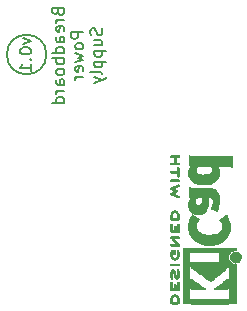
<source format=gbo>
%TF.GenerationSoftware,KiCad,Pcbnew,7.0.5*%
%TF.CreationDate,2023-06-26T08:29:16+05:30*%
%TF.ProjectId,Power supply pcb,506f7765-7220-4737-9570-706c79207063,rev?*%
%TF.SameCoordinates,Original*%
%TF.FileFunction,Legend,Bot*%
%TF.FilePolarity,Positive*%
%FSLAX46Y46*%
G04 Gerber Fmt 4.6, Leading zero omitted, Abs format (unit mm)*
G04 Created by KiCad (PCBNEW 7.0.5) date 2023-06-26 08:29:16*
%MOMM*%
%LPD*%
G01*
G04 APERTURE LIST*
%ADD10C,0.150000*%
%ADD11C,0.010000*%
G04 APERTURE END LIST*
D10*
X101194370Y-89839800D02*
G75*
G03*
X101194370Y-89839800I-1677170J0D01*
G01*
X102171009Y-86225523D02*
X102218628Y-86368380D01*
X102218628Y-86368380D02*
X102266247Y-86415999D01*
X102266247Y-86415999D02*
X102361485Y-86463618D01*
X102361485Y-86463618D02*
X102504342Y-86463618D01*
X102504342Y-86463618D02*
X102599580Y-86415999D01*
X102599580Y-86415999D02*
X102647200Y-86368380D01*
X102647200Y-86368380D02*
X102694819Y-86273142D01*
X102694819Y-86273142D02*
X102694819Y-85892190D01*
X102694819Y-85892190D02*
X101694819Y-85892190D01*
X101694819Y-85892190D02*
X101694819Y-86225523D01*
X101694819Y-86225523D02*
X101742438Y-86320761D01*
X101742438Y-86320761D02*
X101790057Y-86368380D01*
X101790057Y-86368380D02*
X101885295Y-86415999D01*
X101885295Y-86415999D02*
X101980533Y-86415999D01*
X101980533Y-86415999D02*
X102075771Y-86368380D01*
X102075771Y-86368380D02*
X102123390Y-86320761D01*
X102123390Y-86320761D02*
X102171009Y-86225523D01*
X102171009Y-86225523D02*
X102171009Y-85892190D01*
X102694819Y-86892190D02*
X102028152Y-86892190D01*
X102218628Y-86892190D02*
X102123390Y-86939809D01*
X102123390Y-86939809D02*
X102075771Y-86987428D01*
X102075771Y-86987428D02*
X102028152Y-87082666D01*
X102028152Y-87082666D02*
X102028152Y-87177904D01*
X102647200Y-87892190D02*
X102694819Y-87796952D01*
X102694819Y-87796952D02*
X102694819Y-87606476D01*
X102694819Y-87606476D02*
X102647200Y-87511238D01*
X102647200Y-87511238D02*
X102551961Y-87463619D01*
X102551961Y-87463619D02*
X102171009Y-87463619D01*
X102171009Y-87463619D02*
X102075771Y-87511238D01*
X102075771Y-87511238D02*
X102028152Y-87606476D01*
X102028152Y-87606476D02*
X102028152Y-87796952D01*
X102028152Y-87796952D02*
X102075771Y-87892190D01*
X102075771Y-87892190D02*
X102171009Y-87939809D01*
X102171009Y-87939809D02*
X102266247Y-87939809D01*
X102266247Y-87939809D02*
X102361485Y-87463619D01*
X102694819Y-88796952D02*
X102171009Y-88796952D01*
X102171009Y-88796952D02*
X102075771Y-88749333D01*
X102075771Y-88749333D02*
X102028152Y-88654095D01*
X102028152Y-88654095D02*
X102028152Y-88463619D01*
X102028152Y-88463619D02*
X102075771Y-88368381D01*
X102647200Y-88796952D02*
X102694819Y-88701714D01*
X102694819Y-88701714D02*
X102694819Y-88463619D01*
X102694819Y-88463619D02*
X102647200Y-88368381D01*
X102647200Y-88368381D02*
X102551961Y-88320762D01*
X102551961Y-88320762D02*
X102456723Y-88320762D01*
X102456723Y-88320762D02*
X102361485Y-88368381D01*
X102361485Y-88368381D02*
X102313866Y-88463619D01*
X102313866Y-88463619D02*
X102313866Y-88701714D01*
X102313866Y-88701714D02*
X102266247Y-88796952D01*
X102694819Y-89701714D02*
X101694819Y-89701714D01*
X102647200Y-89701714D02*
X102694819Y-89606476D01*
X102694819Y-89606476D02*
X102694819Y-89416000D01*
X102694819Y-89416000D02*
X102647200Y-89320762D01*
X102647200Y-89320762D02*
X102599580Y-89273143D01*
X102599580Y-89273143D02*
X102504342Y-89225524D01*
X102504342Y-89225524D02*
X102218628Y-89225524D01*
X102218628Y-89225524D02*
X102123390Y-89273143D01*
X102123390Y-89273143D02*
X102075771Y-89320762D01*
X102075771Y-89320762D02*
X102028152Y-89416000D01*
X102028152Y-89416000D02*
X102028152Y-89606476D01*
X102028152Y-89606476D02*
X102075771Y-89701714D01*
X102694819Y-90177905D02*
X101694819Y-90177905D01*
X102075771Y-90177905D02*
X102028152Y-90273143D01*
X102028152Y-90273143D02*
X102028152Y-90463619D01*
X102028152Y-90463619D02*
X102075771Y-90558857D01*
X102075771Y-90558857D02*
X102123390Y-90606476D01*
X102123390Y-90606476D02*
X102218628Y-90654095D01*
X102218628Y-90654095D02*
X102504342Y-90654095D01*
X102504342Y-90654095D02*
X102599580Y-90606476D01*
X102599580Y-90606476D02*
X102647200Y-90558857D01*
X102647200Y-90558857D02*
X102694819Y-90463619D01*
X102694819Y-90463619D02*
X102694819Y-90273143D01*
X102694819Y-90273143D02*
X102647200Y-90177905D01*
X102694819Y-91225524D02*
X102647200Y-91130286D01*
X102647200Y-91130286D02*
X102599580Y-91082667D01*
X102599580Y-91082667D02*
X102504342Y-91035048D01*
X102504342Y-91035048D02*
X102218628Y-91035048D01*
X102218628Y-91035048D02*
X102123390Y-91082667D01*
X102123390Y-91082667D02*
X102075771Y-91130286D01*
X102075771Y-91130286D02*
X102028152Y-91225524D01*
X102028152Y-91225524D02*
X102028152Y-91368381D01*
X102028152Y-91368381D02*
X102075771Y-91463619D01*
X102075771Y-91463619D02*
X102123390Y-91511238D01*
X102123390Y-91511238D02*
X102218628Y-91558857D01*
X102218628Y-91558857D02*
X102504342Y-91558857D01*
X102504342Y-91558857D02*
X102599580Y-91511238D01*
X102599580Y-91511238D02*
X102647200Y-91463619D01*
X102647200Y-91463619D02*
X102694819Y-91368381D01*
X102694819Y-91368381D02*
X102694819Y-91225524D01*
X102694819Y-92416000D02*
X102171009Y-92416000D01*
X102171009Y-92416000D02*
X102075771Y-92368381D01*
X102075771Y-92368381D02*
X102028152Y-92273143D01*
X102028152Y-92273143D02*
X102028152Y-92082667D01*
X102028152Y-92082667D02*
X102075771Y-91987429D01*
X102647200Y-92416000D02*
X102694819Y-92320762D01*
X102694819Y-92320762D02*
X102694819Y-92082667D01*
X102694819Y-92082667D02*
X102647200Y-91987429D01*
X102647200Y-91987429D02*
X102551961Y-91939810D01*
X102551961Y-91939810D02*
X102456723Y-91939810D01*
X102456723Y-91939810D02*
X102361485Y-91987429D01*
X102361485Y-91987429D02*
X102313866Y-92082667D01*
X102313866Y-92082667D02*
X102313866Y-92320762D01*
X102313866Y-92320762D02*
X102266247Y-92416000D01*
X102694819Y-92892191D02*
X102028152Y-92892191D01*
X102218628Y-92892191D02*
X102123390Y-92939810D01*
X102123390Y-92939810D02*
X102075771Y-92987429D01*
X102075771Y-92987429D02*
X102028152Y-93082667D01*
X102028152Y-93082667D02*
X102028152Y-93177905D01*
X102694819Y-93939810D02*
X101694819Y-93939810D01*
X102647200Y-93939810D02*
X102694819Y-93844572D01*
X102694819Y-93844572D02*
X102694819Y-93654096D01*
X102694819Y-93654096D02*
X102647200Y-93558858D01*
X102647200Y-93558858D02*
X102599580Y-93511239D01*
X102599580Y-93511239D02*
X102504342Y-93463620D01*
X102504342Y-93463620D02*
X102218628Y-93463620D01*
X102218628Y-93463620D02*
X102123390Y-93511239D01*
X102123390Y-93511239D02*
X102075771Y-93558858D01*
X102075771Y-93558858D02*
X102028152Y-93654096D01*
X102028152Y-93654096D02*
X102028152Y-93844572D01*
X102028152Y-93844572D02*
X102075771Y-93939810D01*
X104304819Y-87939809D02*
X103304819Y-87939809D01*
X103304819Y-87939809D02*
X103304819Y-88320761D01*
X103304819Y-88320761D02*
X103352438Y-88415999D01*
X103352438Y-88415999D02*
X103400057Y-88463618D01*
X103400057Y-88463618D02*
X103495295Y-88511237D01*
X103495295Y-88511237D02*
X103638152Y-88511237D01*
X103638152Y-88511237D02*
X103733390Y-88463618D01*
X103733390Y-88463618D02*
X103781009Y-88415999D01*
X103781009Y-88415999D02*
X103828628Y-88320761D01*
X103828628Y-88320761D02*
X103828628Y-87939809D01*
X104304819Y-89082666D02*
X104257200Y-88987428D01*
X104257200Y-88987428D02*
X104209580Y-88939809D01*
X104209580Y-88939809D02*
X104114342Y-88892190D01*
X104114342Y-88892190D02*
X103828628Y-88892190D01*
X103828628Y-88892190D02*
X103733390Y-88939809D01*
X103733390Y-88939809D02*
X103685771Y-88987428D01*
X103685771Y-88987428D02*
X103638152Y-89082666D01*
X103638152Y-89082666D02*
X103638152Y-89225523D01*
X103638152Y-89225523D02*
X103685771Y-89320761D01*
X103685771Y-89320761D02*
X103733390Y-89368380D01*
X103733390Y-89368380D02*
X103828628Y-89415999D01*
X103828628Y-89415999D02*
X104114342Y-89415999D01*
X104114342Y-89415999D02*
X104209580Y-89368380D01*
X104209580Y-89368380D02*
X104257200Y-89320761D01*
X104257200Y-89320761D02*
X104304819Y-89225523D01*
X104304819Y-89225523D02*
X104304819Y-89082666D01*
X103638152Y-89749333D02*
X104304819Y-89939809D01*
X104304819Y-89939809D02*
X103828628Y-90130285D01*
X103828628Y-90130285D02*
X104304819Y-90320761D01*
X104304819Y-90320761D02*
X103638152Y-90511237D01*
X104257200Y-91273142D02*
X104304819Y-91177904D01*
X104304819Y-91177904D02*
X104304819Y-90987428D01*
X104304819Y-90987428D02*
X104257200Y-90892190D01*
X104257200Y-90892190D02*
X104161961Y-90844571D01*
X104161961Y-90844571D02*
X103781009Y-90844571D01*
X103781009Y-90844571D02*
X103685771Y-90892190D01*
X103685771Y-90892190D02*
X103638152Y-90987428D01*
X103638152Y-90987428D02*
X103638152Y-91177904D01*
X103638152Y-91177904D02*
X103685771Y-91273142D01*
X103685771Y-91273142D02*
X103781009Y-91320761D01*
X103781009Y-91320761D02*
X103876247Y-91320761D01*
X103876247Y-91320761D02*
X103971485Y-90844571D01*
X104304819Y-91749333D02*
X103638152Y-91749333D01*
X103828628Y-91749333D02*
X103733390Y-91796952D01*
X103733390Y-91796952D02*
X103685771Y-91844571D01*
X103685771Y-91844571D02*
X103638152Y-91939809D01*
X103638152Y-91939809D02*
X103638152Y-92035047D01*
X105867200Y-87630285D02*
X105914819Y-87773142D01*
X105914819Y-87773142D02*
X105914819Y-88011237D01*
X105914819Y-88011237D02*
X105867200Y-88106475D01*
X105867200Y-88106475D02*
X105819580Y-88154094D01*
X105819580Y-88154094D02*
X105724342Y-88201713D01*
X105724342Y-88201713D02*
X105629104Y-88201713D01*
X105629104Y-88201713D02*
X105533866Y-88154094D01*
X105533866Y-88154094D02*
X105486247Y-88106475D01*
X105486247Y-88106475D02*
X105438628Y-88011237D01*
X105438628Y-88011237D02*
X105391009Y-87820761D01*
X105391009Y-87820761D02*
X105343390Y-87725523D01*
X105343390Y-87725523D02*
X105295771Y-87677904D01*
X105295771Y-87677904D02*
X105200533Y-87630285D01*
X105200533Y-87630285D02*
X105105295Y-87630285D01*
X105105295Y-87630285D02*
X105010057Y-87677904D01*
X105010057Y-87677904D02*
X104962438Y-87725523D01*
X104962438Y-87725523D02*
X104914819Y-87820761D01*
X104914819Y-87820761D02*
X104914819Y-88058856D01*
X104914819Y-88058856D02*
X104962438Y-88201713D01*
X105248152Y-89058856D02*
X105914819Y-89058856D01*
X105248152Y-88630285D02*
X105771961Y-88630285D01*
X105771961Y-88630285D02*
X105867200Y-88677904D01*
X105867200Y-88677904D02*
X105914819Y-88773142D01*
X105914819Y-88773142D02*
X105914819Y-88915999D01*
X105914819Y-88915999D02*
X105867200Y-89011237D01*
X105867200Y-89011237D02*
X105819580Y-89058856D01*
X105248152Y-89535047D02*
X106248152Y-89535047D01*
X105295771Y-89535047D02*
X105248152Y-89630285D01*
X105248152Y-89630285D02*
X105248152Y-89820761D01*
X105248152Y-89820761D02*
X105295771Y-89915999D01*
X105295771Y-89915999D02*
X105343390Y-89963618D01*
X105343390Y-89963618D02*
X105438628Y-90011237D01*
X105438628Y-90011237D02*
X105724342Y-90011237D01*
X105724342Y-90011237D02*
X105819580Y-89963618D01*
X105819580Y-89963618D02*
X105867200Y-89915999D01*
X105867200Y-89915999D02*
X105914819Y-89820761D01*
X105914819Y-89820761D02*
X105914819Y-89630285D01*
X105914819Y-89630285D02*
X105867200Y-89535047D01*
X105248152Y-90439809D02*
X106248152Y-90439809D01*
X105295771Y-90439809D02*
X105248152Y-90535047D01*
X105248152Y-90535047D02*
X105248152Y-90725523D01*
X105248152Y-90725523D02*
X105295771Y-90820761D01*
X105295771Y-90820761D02*
X105343390Y-90868380D01*
X105343390Y-90868380D02*
X105438628Y-90915999D01*
X105438628Y-90915999D02*
X105724342Y-90915999D01*
X105724342Y-90915999D02*
X105819580Y-90868380D01*
X105819580Y-90868380D02*
X105867200Y-90820761D01*
X105867200Y-90820761D02*
X105914819Y-90725523D01*
X105914819Y-90725523D02*
X105914819Y-90535047D01*
X105914819Y-90535047D02*
X105867200Y-90439809D01*
X105914819Y-91487428D02*
X105867200Y-91392190D01*
X105867200Y-91392190D02*
X105771961Y-91344571D01*
X105771961Y-91344571D02*
X104914819Y-91344571D01*
X105248152Y-91773143D02*
X105914819Y-92011238D01*
X105248152Y-92249333D02*
X105914819Y-92011238D01*
X105914819Y-92011238D02*
X106152914Y-91916000D01*
X106152914Y-91916000D02*
X106200533Y-91868381D01*
X106200533Y-91868381D02*
X106248152Y-91773143D01*
X99253752Y-88436629D02*
X99920419Y-88674724D01*
X99920419Y-88674724D02*
X99253752Y-88912819D01*
X98920419Y-89484248D02*
X98920419Y-89579486D01*
X98920419Y-89579486D02*
X98968038Y-89674724D01*
X98968038Y-89674724D02*
X99015657Y-89722343D01*
X99015657Y-89722343D02*
X99110895Y-89769962D01*
X99110895Y-89769962D02*
X99301371Y-89817581D01*
X99301371Y-89817581D02*
X99539466Y-89817581D01*
X99539466Y-89817581D02*
X99729942Y-89769962D01*
X99729942Y-89769962D02*
X99825180Y-89722343D01*
X99825180Y-89722343D02*
X99872800Y-89674724D01*
X99872800Y-89674724D02*
X99920419Y-89579486D01*
X99920419Y-89579486D02*
X99920419Y-89484248D01*
X99920419Y-89484248D02*
X99872800Y-89389010D01*
X99872800Y-89389010D02*
X99825180Y-89341391D01*
X99825180Y-89341391D02*
X99729942Y-89293772D01*
X99729942Y-89293772D02*
X99539466Y-89246153D01*
X99539466Y-89246153D02*
X99301371Y-89246153D01*
X99301371Y-89246153D02*
X99110895Y-89293772D01*
X99110895Y-89293772D02*
X99015657Y-89341391D01*
X99015657Y-89341391D02*
X98968038Y-89389010D01*
X98968038Y-89389010D02*
X98920419Y-89484248D01*
X99825180Y-90246153D02*
X99872800Y-90293772D01*
X99872800Y-90293772D02*
X99920419Y-90246153D01*
X99920419Y-90246153D02*
X99872800Y-90198534D01*
X99872800Y-90198534D02*
X99825180Y-90246153D01*
X99825180Y-90246153D02*
X99920419Y-90246153D01*
X99920419Y-91246152D02*
X99920419Y-90674724D01*
X99920419Y-90960438D02*
X98920419Y-90960438D01*
X98920419Y-90960438D02*
X99063276Y-90865200D01*
X99063276Y-90865200D02*
X99158514Y-90769962D01*
X99158514Y-90769962D02*
X99206133Y-90674724D01*
%TO.C,REF\u002A\u002A*%
D11*
X113308026Y-98394161D02*
X113317132Y-98399355D01*
X113331751Y-98407715D01*
X113345827Y-98415288D01*
X113360460Y-98422112D01*
X113376751Y-98428227D01*
X113395802Y-98433673D01*
X113418714Y-98438487D01*
X113446587Y-98442708D01*
X113480522Y-98446377D01*
X113521621Y-98449531D01*
X113570985Y-98452211D01*
X113629714Y-98454454D01*
X113698910Y-98456299D01*
X113779674Y-98457787D01*
X113873106Y-98458955D01*
X113980308Y-98459844D01*
X114102380Y-98460491D01*
X114240424Y-98460936D01*
X114395541Y-98461218D01*
X114568832Y-98461375D01*
X114761397Y-98461448D01*
X114974338Y-98461474D01*
X115208755Y-98461493D01*
X116893622Y-98461689D01*
X116893622Y-99367017D01*
X116856933Y-99342585D01*
X116847353Y-99336318D01*
X116801019Y-99310208D01*
X116753898Y-99292469D01*
X116698749Y-99280908D01*
X116628333Y-99273331D01*
X116621350Y-99272839D01*
X116583359Y-99271062D01*
X116529424Y-99269444D01*
X116462297Y-99267999D01*
X116384729Y-99266740D01*
X116299472Y-99265680D01*
X116209276Y-99264829D01*
X116116893Y-99264203D01*
X116025075Y-99263812D01*
X115936573Y-99263670D01*
X115854138Y-99263790D01*
X115780521Y-99264183D01*
X115718474Y-99264862D01*
X115670749Y-99265841D01*
X115640096Y-99267132D01*
X115629267Y-99268747D01*
X115633667Y-99276957D01*
X115648638Y-99298647D01*
X115670552Y-99328014D01*
X115704764Y-99376879D01*
X115751286Y-99465125D01*
X115784954Y-99563916D01*
X115806769Y-99676510D01*
X115817735Y-99806164D01*
X115818781Y-99898670D01*
X115808986Y-100020011D01*
X115784826Y-100130099D01*
X115745215Y-100233389D01*
X115689068Y-100334338D01*
X115658117Y-100379503D01*
X115566885Y-100484911D01*
X115457894Y-100576538D01*
X115331274Y-100654332D01*
X115187155Y-100718241D01*
X115025668Y-100768214D01*
X114846941Y-100804198D01*
X114651105Y-100826143D01*
X114495066Y-100831900D01*
X114438289Y-100833994D01*
X114360842Y-100833268D01*
X114209406Y-100824689D01*
X114072717Y-100805833D01*
X113946724Y-100775837D01*
X113827375Y-100733836D01*
X113710619Y-100678969D01*
X113599821Y-100612167D01*
X113486261Y-100521363D01*
X113390789Y-100417708D01*
X113313927Y-100301887D01*
X113256203Y-100174586D01*
X113218142Y-100036489D01*
X113212334Y-99998793D01*
X113206604Y-99919752D01*
X113206417Y-99831629D01*
X113211461Y-99742236D01*
X113221422Y-99659384D01*
X113226112Y-99637331D01*
X113819459Y-99637331D01*
X113827635Y-99721900D01*
X113855195Y-99795219D01*
X113902358Y-99857637D01*
X113969342Y-99909502D01*
X114056367Y-99951160D01*
X114163650Y-99982962D01*
X114175991Y-99985545D01*
X114237228Y-99994000D01*
X114314308Y-99999663D01*
X114401998Y-100002576D01*
X114495066Y-100002783D01*
X114588280Y-100000330D01*
X114676406Y-99995261D01*
X114754212Y-99987619D01*
X114816467Y-99977448D01*
X114822334Y-99976167D01*
X114932879Y-99947126D01*
X115023425Y-99912610D01*
X115096047Y-99871456D01*
X115152819Y-99822499D01*
X115195816Y-99764574D01*
X115211385Y-99732620D01*
X115230278Y-99659784D01*
X115233535Y-99578443D01*
X115221611Y-99493319D01*
X115194960Y-99409133D01*
X115154038Y-99330608D01*
X115110470Y-99263200D01*
X113960279Y-99263200D01*
X113913911Y-99333756D01*
X113890209Y-99374417D01*
X113864361Y-99428546D01*
X113846171Y-99477689D01*
X113830449Y-99541165D01*
X113819459Y-99637331D01*
X113226112Y-99637331D01*
X113235988Y-99590887D01*
X113245636Y-99560035D01*
X113275877Y-99482730D01*
X113313383Y-99405679D01*
X113354386Y-99336200D01*
X113395121Y-99281615D01*
X113414495Y-99258916D01*
X113432338Y-99236201D01*
X113439222Y-99224779D01*
X113437576Y-99223537D01*
X113419795Y-99220728D01*
X113386630Y-99218776D01*
X113343267Y-99218045D01*
X113247311Y-99218045D01*
X113247311Y-98359896D01*
X113308026Y-98394161D01*
G36*
X113308026Y-98394161D02*
G01*
X113317132Y-98399355D01*
X113331751Y-98407715D01*
X113345827Y-98415288D01*
X113360460Y-98422112D01*
X113376751Y-98428227D01*
X113395802Y-98433673D01*
X113418714Y-98438487D01*
X113446587Y-98442708D01*
X113480522Y-98446377D01*
X113521621Y-98449531D01*
X113570985Y-98452211D01*
X113629714Y-98454454D01*
X113698910Y-98456299D01*
X113779674Y-98457787D01*
X113873106Y-98458955D01*
X113980308Y-98459844D01*
X114102380Y-98460491D01*
X114240424Y-98460936D01*
X114395541Y-98461218D01*
X114568832Y-98461375D01*
X114761397Y-98461448D01*
X114974338Y-98461474D01*
X115208755Y-98461493D01*
X116893622Y-98461689D01*
X116893622Y-99367017D01*
X116856933Y-99342585D01*
X116847353Y-99336318D01*
X116801019Y-99310208D01*
X116753898Y-99292469D01*
X116698749Y-99280908D01*
X116628333Y-99273331D01*
X116621350Y-99272839D01*
X116583359Y-99271062D01*
X116529424Y-99269444D01*
X116462297Y-99267999D01*
X116384729Y-99266740D01*
X116299472Y-99265680D01*
X116209276Y-99264829D01*
X116116893Y-99264203D01*
X116025075Y-99263812D01*
X115936573Y-99263670D01*
X115854138Y-99263790D01*
X115780521Y-99264183D01*
X115718474Y-99264862D01*
X115670749Y-99265841D01*
X115640096Y-99267132D01*
X115629267Y-99268747D01*
X115633667Y-99276957D01*
X115648638Y-99298647D01*
X115670552Y-99328014D01*
X115704764Y-99376879D01*
X115751286Y-99465125D01*
X115784954Y-99563916D01*
X115806769Y-99676510D01*
X115817735Y-99806164D01*
X115818781Y-99898670D01*
X115808986Y-100020011D01*
X115784826Y-100130099D01*
X115745215Y-100233389D01*
X115689068Y-100334338D01*
X115658117Y-100379503D01*
X115566885Y-100484911D01*
X115457894Y-100576538D01*
X115331274Y-100654332D01*
X115187155Y-100718241D01*
X115025668Y-100768214D01*
X114846941Y-100804198D01*
X114651105Y-100826143D01*
X114495066Y-100831900D01*
X114438289Y-100833994D01*
X114360842Y-100833268D01*
X114209406Y-100824689D01*
X114072717Y-100805833D01*
X113946724Y-100775837D01*
X113827375Y-100733836D01*
X113710619Y-100678969D01*
X113599821Y-100612167D01*
X113486261Y-100521363D01*
X113390789Y-100417708D01*
X113313927Y-100301887D01*
X113256203Y-100174586D01*
X113218142Y-100036489D01*
X113212334Y-99998793D01*
X113206604Y-99919752D01*
X113206417Y-99831629D01*
X113211461Y-99742236D01*
X113221422Y-99659384D01*
X113226112Y-99637331D01*
X113819459Y-99637331D01*
X113827635Y-99721900D01*
X113855195Y-99795219D01*
X113902358Y-99857637D01*
X113969342Y-99909502D01*
X114056367Y-99951160D01*
X114163650Y-99982962D01*
X114175991Y-99985545D01*
X114237228Y-99994000D01*
X114314308Y-99999663D01*
X114401998Y-100002576D01*
X114495066Y-100002783D01*
X114588280Y-100000330D01*
X114676406Y-99995261D01*
X114754212Y-99987619D01*
X114816467Y-99977448D01*
X114822334Y-99976167D01*
X114932879Y-99947126D01*
X115023425Y-99912610D01*
X115096047Y-99871456D01*
X115152819Y-99822499D01*
X115195816Y-99764574D01*
X115211385Y-99732620D01*
X115230278Y-99659784D01*
X115233535Y-99578443D01*
X115221611Y-99493319D01*
X115194960Y-99409133D01*
X115154038Y-99330608D01*
X115110470Y-99263200D01*
X113960279Y-99263200D01*
X113913911Y-99333756D01*
X113890209Y-99374417D01*
X113864361Y-99428546D01*
X113846171Y-99477689D01*
X113830449Y-99541165D01*
X113819459Y-99637331D01*
X113226112Y-99637331D01*
X113235988Y-99590887D01*
X113245636Y-99560035D01*
X113275877Y-99482730D01*
X113313383Y-99405679D01*
X113354386Y-99336200D01*
X113395121Y-99281615D01*
X113414495Y-99258916D01*
X113432338Y-99236201D01*
X113439222Y-99224779D01*
X113437576Y-99223537D01*
X113419795Y-99220728D01*
X113386630Y-99218776D01*
X113343267Y-99218045D01*
X113247311Y-99218045D01*
X113247311Y-98359896D01*
X113308026Y-98394161D01*
G37*
X112359642Y-99386543D02*
X112392178Y-99412187D01*
X112395895Y-99417129D01*
X112400731Y-99427338D01*
X112404494Y-99442764D01*
X112407317Y-99465886D01*
X112409330Y-99499183D01*
X112410667Y-99545137D01*
X112411458Y-99606228D01*
X112411837Y-99684935D01*
X112411933Y-99783740D01*
X112411932Y-99803767D01*
X112411842Y-99897890D01*
X112411502Y-99972405D01*
X112410761Y-100029811D01*
X112409465Y-100072611D01*
X112407463Y-100103304D01*
X112404604Y-100124391D01*
X112400734Y-100138373D01*
X112395702Y-100147750D01*
X112389355Y-100155022D01*
X112356638Y-100173828D01*
X112319061Y-100175275D01*
X112285822Y-100158917D01*
X112284369Y-100157557D01*
X112276008Y-100146354D01*
X112270453Y-100129252D01*
X112267160Y-100102082D01*
X112265582Y-100060678D01*
X112265178Y-100000873D01*
X112265178Y-99861511D01*
X112001411Y-99861511D01*
X111925583Y-99861436D01*
X111858917Y-99861028D01*
X111809133Y-99860046D01*
X111773216Y-99858250D01*
X111748150Y-99855399D01*
X111730919Y-99851253D01*
X111718508Y-99845571D01*
X111707900Y-99838114D01*
X111705094Y-99835824D01*
X111682452Y-99804646D01*
X111680888Y-99770266D01*
X111700733Y-99737334D01*
X111708809Y-99730355D01*
X111719407Y-99724883D01*
X111735251Y-99720863D01*
X111759227Y-99718072D01*
X111794226Y-99716288D01*
X111843136Y-99715289D01*
X111908846Y-99714852D01*
X111994244Y-99714756D01*
X112265178Y-99714756D01*
X112265178Y-99568820D01*
X112265179Y-99557720D01*
X112265404Y-99501202D01*
X112266543Y-99462358D01*
X112269343Y-99436965D01*
X112274550Y-99420804D01*
X112282911Y-99409652D01*
X112295174Y-99399289D01*
X112325862Y-99383441D01*
X112359642Y-99386543D01*
G36*
X112359642Y-99386543D02*
G01*
X112392178Y-99412187D01*
X112395895Y-99417129D01*
X112400731Y-99427338D01*
X112404494Y-99442764D01*
X112407317Y-99465886D01*
X112409330Y-99499183D01*
X112410667Y-99545137D01*
X112411458Y-99606228D01*
X112411837Y-99684935D01*
X112411933Y-99783740D01*
X112411932Y-99803767D01*
X112411842Y-99897890D01*
X112411502Y-99972405D01*
X112410761Y-100029811D01*
X112409465Y-100072611D01*
X112407463Y-100103304D01*
X112404604Y-100124391D01*
X112400734Y-100138373D01*
X112395702Y-100147750D01*
X112389355Y-100155022D01*
X112356638Y-100173828D01*
X112319061Y-100175275D01*
X112285822Y-100158917D01*
X112284369Y-100157557D01*
X112276008Y-100146354D01*
X112270453Y-100129252D01*
X112267160Y-100102082D01*
X112265582Y-100060678D01*
X112265178Y-100000873D01*
X112265178Y-99861511D01*
X112001411Y-99861511D01*
X111925583Y-99861436D01*
X111858917Y-99861028D01*
X111809133Y-99860046D01*
X111773216Y-99858250D01*
X111748150Y-99855399D01*
X111730919Y-99851253D01*
X111718508Y-99845571D01*
X111707900Y-99838114D01*
X111705094Y-99835824D01*
X111682452Y-99804646D01*
X111680888Y-99770266D01*
X111700733Y-99737334D01*
X111708809Y-99730355D01*
X111719407Y-99724883D01*
X111735251Y-99720863D01*
X111759227Y-99718072D01*
X111794226Y-99716288D01*
X111843136Y-99715289D01*
X111908846Y-99714852D01*
X111994244Y-99714756D01*
X112265178Y-99714756D01*
X112265178Y-99568820D01*
X112265179Y-99557720D01*
X112265404Y-99501202D01*
X112266543Y-99462358D01*
X112269343Y-99436965D01*
X112274550Y-99420804D01*
X112282911Y-99409652D01*
X112295174Y-99399289D01*
X112325862Y-99383441D01*
X112359642Y-99386543D01*
G37*
X112066261Y-110135679D02*
X112123677Y-110147991D01*
X112183587Y-110170520D01*
X112237637Y-110199750D01*
X112277468Y-110232167D01*
X112294490Y-110251708D01*
X112333678Y-110306420D01*
X112363807Y-110366723D01*
X112385768Y-110435919D01*
X112400450Y-110517311D01*
X112408741Y-110614200D01*
X112411533Y-110729889D01*
X112411934Y-110769371D01*
X112412347Y-110815082D01*
X112410543Y-110850883D01*
X112404261Y-110877974D01*
X112391241Y-110897556D01*
X112369222Y-110910830D01*
X112335945Y-110918998D01*
X112289149Y-110923260D01*
X112265178Y-110923857D01*
X112226573Y-110924817D01*
X112145959Y-110924870D01*
X112045044Y-110924622D01*
X111969383Y-110924583D01*
X111891474Y-110924328D01*
X111831464Y-110923684D01*
X111786736Y-110922480D01*
X111754674Y-110920543D01*
X111732660Y-110917703D01*
X111718076Y-110913788D01*
X111708306Y-110908626D01*
X111700733Y-110902045D01*
X111694499Y-110895077D01*
X111687199Y-110882079D01*
X111682446Y-110862931D01*
X111679708Y-110833528D01*
X111678455Y-110789762D01*
X111678398Y-110777867D01*
X111824911Y-110777867D01*
X112265178Y-110777867D01*
X112265192Y-110701667D01*
X112265183Y-110698639D01*
X112263218Y-110647519D01*
X112258493Y-110587416D01*
X112251965Y-110530708D01*
X112242669Y-110480750D01*
X112216400Y-110405998D01*
X112177101Y-110348489D01*
X112124067Y-110306988D01*
X112072800Y-110285771D01*
X112024974Y-110284353D01*
X111974039Y-110302635D01*
X111928122Y-110332305D01*
X111885713Y-110379002D01*
X111855910Y-110440392D01*
X111836774Y-110519538D01*
X111836536Y-110521028D01*
X111830744Y-110569999D01*
X111826604Y-110628693D01*
X111824996Y-110684734D01*
X111824911Y-110777867D01*
X111678398Y-110777867D01*
X111678155Y-110727528D01*
X111678531Y-110678582D01*
X111682959Y-110571722D01*
X111693047Y-110482494D01*
X111709635Y-110407696D01*
X111733565Y-110344125D01*
X111765679Y-110288579D01*
X111806818Y-110237854D01*
X111812670Y-110231866D01*
X111861179Y-110194999D01*
X111921987Y-110163899D01*
X111986231Y-110142417D01*
X112045044Y-110134400D01*
X112066261Y-110135679D01*
G36*
X112066261Y-110135679D02*
G01*
X112123677Y-110147991D01*
X112183587Y-110170520D01*
X112237637Y-110199750D01*
X112277468Y-110232167D01*
X112294490Y-110251708D01*
X112333678Y-110306420D01*
X112363807Y-110366723D01*
X112385768Y-110435919D01*
X112400450Y-110517311D01*
X112408741Y-110614200D01*
X112411533Y-110729889D01*
X112411934Y-110769371D01*
X112412347Y-110815082D01*
X112410543Y-110850883D01*
X112404261Y-110877974D01*
X112391241Y-110897556D01*
X112369222Y-110910830D01*
X112335945Y-110918998D01*
X112289149Y-110923260D01*
X112265178Y-110923857D01*
X112226573Y-110924817D01*
X112145959Y-110924870D01*
X112045044Y-110924622D01*
X111969383Y-110924583D01*
X111891474Y-110924328D01*
X111831464Y-110923684D01*
X111786736Y-110922480D01*
X111754674Y-110920543D01*
X111732660Y-110917703D01*
X111718076Y-110913788D01*
X111708306Y-110908626D01*
X111700733Y-110902045D01*
X111694499Y-110895077D01*
X111687199Y-110882079D01*
X111682446Y-110862931D01*
X111679708Y-110833528D01*
X111678455Y-110789762D01*
X111678398Y-110777867D01*
X111824911Y-110777867D01*
X112265178Y-110777867D01*
X112265192Y-110701667D01*
X112265183Y-110698639D01*
X112263218Y-110647519D01*
X112258493Y-110587416D01*
X112251965Y-110530708D01*
X112242669Y-110480750D01*
X112216400Y-110405998D01*
X112177101Y-110348489D01*
X112124067Y-110306988D01*
X112072800Y-110285771D01*
X112024974Y-110284353D01*
X111974039Y-110302635D01*
X111928122Y-110332305D01*
X111885713Y-110379002D01*
X111855910Y-110440392D01*
X111836774Y-110519538D01*
X111836536Y-110521028D01*
X111830744Y-110569999D01*
X111826604Y-110628693D01*
X111824996Y-110684734D01*
X111824911Y-110777867D01*
X111678398Y-110777867D01*
X111678155Y-110727528D01*
X111678531Y-110678582D01*
X111682959Y-110571722D01*
X111693047Y-110482494D01*
X111709635Y-110407696D01*
X111733565Y-110344125D01*
X111765679Y-110288579D01*
X111806818Y-110237854D01*
X111812670Y-110231866D01*
X111861179Y-110194999D01*
X111921987Y-110163899D01*
X111986231Y-110142417D01*
X112045044Y-110134400D01*
X112066261Y-110135679D01*
G37*
X112361439Y-100841730D02*
X112382322Y-100856387D01*
X112402623Y-100882990D01*
X112402965Y-100883745D01*
X112409966Y-100903335D01*
X112410496Y-100920790D01*
X112402522Y-100937702D01*
X112384011Y-100955663D01*
X112352929Y-100976263D01*
X112307244Y-101001095D01*
X112244922Y-101031750D01*
X112163929Y-101069820D01*
X112132546Y-101084454D01*
X112069362Y-101114203D01*
X112014756Y-101140297D01*
X111971710Y-101161292D01*
X111943207Y-101175739D01*
X111932230Y-101182191D01*
X111932811Y-101183550D01*
X111946758Y-101193542D01*
X111976296Y-101210833D01*
X112017913Y-101233430D01*
X112068097Y-101259338D01*
X112099586Y-101275311D01*
X112154939Y-101304261D01*
X112193956Y-101326749D01*
X112219434Y-101344965D01*
X112234169Y-101361096D01*
X112240958Y-101377330D01*
X112242600Y-101395857D01*
X112242125Y-101406360D01*
X112237918Y-101422476D01*
X112227054Y-101437790D01*
X112206781Y-101454388D01*
X112174346Y-101474357D01*
X112126996Y-101499783D01*
X112061978Y-101532752D01*
X112042723Y-101542485D01*
X111996054Y-101566943D01*
X111959891Y-101587178D01*
X111937503Y-101601311D01*
X111932155Y-101607460D01*
X111935427Y-101608827D01*
X111956336Y-101618202D01*
X111993275Y-101635062D01*
X112043126Y-101657979D01*
X112102774Y-101685520D01*
X112169102Y-101716255D01*
X112226323Y-101742970D01*
X112288312Y-101772593D01*
X112334051Y-101795664D01*
X112366092Y-101813643D01*
X112386986Y-101827990D01*
X112399282Y-101840166D01*
X112405534Y-101851632D01*
X112408426Y-101861042D01*
X112408575Y-101886147D01*
X112393232Y-101913290D01*
X112392247Y-101914590D01*
X112369612Y-101936674D01*
X112347387Y-101947723D01*
X112346747Y-101947769D01*
X112329085Y-101943228D01*
X112294519Y-101930364D01*
X112246174Y-101910605D01*
X112187175Y-101885381D01*
X112120645Y-101856119D01*
X112049709Y-101824250D01*
X111977493Y-101791201D01*
X111907120Y-101758401D01*
X111841715Y-101727280D01*
X111784403Y-101699265D01*
X111738308Y-101675786D01*
X111706554Y-101658272D01*
X111692267Y-101648151D01*
X111678898Y-101613743D01*
X111685259Y-101572046D01*
X111689956Y-101566681D01*
X111712107Y-101550852D01*
X111748868Y-101528650D01*
X111796585Y-101502233D01*
X111851607Y-101473760D01*
X112010850Y-101393986D01*
X111864258Y-101320799D01*
X111844968Y-101311103D01*
X111792620Y-101284125D01*
X111747830Y-101260096D01*
X111714846Y-101241332D01*
X111697911Y-101230146D01*
X111696668Y-101229000D01*
X111681381Y-101200879D01*
X111679698Y-101165817D01*
X111692267Y-101134776D01*
X111695116Y-101132350D01*
X111715741Y-101120090D01*
X111753292Y-101100352D01*
X111805120Y-101074448D01*
X111868577Y-101043685D01*
X111941015Y-101009375D01*
X112019784Y-100972825D01*
X112063907Y-100952585D01*
X112144635Y-100915812D01*
X112208313Y-100887355D01*
X112257248Y-100866331D01*
X112293743Y-100851854D01*
X112320105Y-100843039D01*
X112338639Y-100839004D01*
X112351648Y-100838862D01*
X112361439Y-100841730D01*
G36*
X112361439Y-100841730D02*
G01*
X112382322Y-100856387D01*
X112402623Y-100882990D01*
X112402965Y-100883745D01*
X112409966Y-100903335D01*
X112410496Y-100920790D01*
X112402522Y-100937702D01*
X112384011Y-100955663D01*
X112352929Y-100976263D01*
X112307244Y-101001095D01*
X112244922Y-101031750D01*
X112163929Y-101069820D01*
X112132546Y-101084454D01*
X112069362Y-101114203D01*
X112014756Y-101140297D01*
X111971710Y-101161292D01*
X111943207Y-101175739D01*
X111932230Y-101182191D01*
X111932811Y-101183550D01*
X111946758Y-101193542D01*
X111976296Y-101210833D01*
X112017913Y-101233430D01*
X112068097Y-101259338D01*
X112099586Y-101275311D01*
X112154939Y-101304261D01*
X112193956Y-101326749D01*
X112219434Y-101344965D01*
X112234169Y-101361096D01*
X112240958Y-101377330D01*
X112242600Y-101395857D01*
X112242125Y-101406360D01*
X112237918Y-101422476D01*
X112227054Y-101437790D01*
X112206781Y-101454388D01*
X112174346Y-101474357D01*
X112126996Y-101499783D01*
X112061978Y-101532752D01*
X112042723Y-101542485D01*
X111996054Y-101566943D01*
X111959891Y-101587178D01*
X111937503Y-101601311D01*
X111932155Y-101607460D01*
X111935427Y-101608827D01*
X111956336Y-101618202D01*
X111993275Y-101635062D01*
X112043126Y-101657979D01*
X112102774Y-101685520D01*
X112169102Y-101716255D01*
X112226323Y-101742970D01*
X112288312Y-101772593D01*
X112334051Y-101795664D01*
X112366092Y-101813643D01*
X112386986Y-101827990D01*
X112399282Y-101840166D01*
X112405534Y-101851632D01*
X112408426Y-101861042D01*
X112408575Y-101886147D01*
X112393232Y-101913290D01*
X112392247Y-101914590D01*
X112369612Y-101936674D01*
X112347387Y-101947723D01*
X112346747Y-101947769D01*
X112329085Y-101943228D01*
X112294519Y-101930364D01*
X112246174Y-101910605D01*
X112187175Y-101885381D01*
X112120645Y-101856119D01*
X112049709Y-101824250D01*
X111977493Y-101791201D01*
X111907120Y-101758401D01*
X111841715Y-101727280D01*
X111784403Y-101699265D01*
X111738308Y-101675786D01*
X111706554Y-101658272D01*
X111692267Y-101648151D01*
X111678898Y-101613743D01*
X111685259Y-101572046D01*
X111689956Y-101566681D01*
X111712107Y-101550852D01*
X111748868Y-101528650D01*
X111796585Y-101502233D01*
X111851607Y-101473760D01*
X112010850Y-101393986D01*
X111864258Y-101320799D01*
X111844968Y-101311103D01*
X111792620Y-101284125D01*
X111747830Y-101260096D01*
X111714846Y-101241332D01*
X111697911Y-101230146D01*
X111696668Y-101229000D01*
X111681381Y-101200879D01*
X111679698Y-101165817D01*
X111692267Y-101134776D01*
X111695116Y-101132350D01*
X111715741Y-101120090D01*
X111753292Y-101100352D01*
X111805120Y-101074448D01*
X111868577Y-101043685D01*
X111941015Y-101009375D01*
X112019784Y-100972825D01*
X112063907Y-100952585D01*
X112144635Y-100915812D01*
X112208313Y-100887355D01*
X112257248Y-100866331D01*
X112293743Y-100851854D01*
X112320105Y-100843039D01*
X112338639Y-100839004D01*
X112351648Y-100838862D01*
X112361439Y-100841730D01*
G37*
X117250351Y-106244249D02*
X117274089Y-106271355D01*
X117285889Y-106298253D01*
X117288733Y-106334560D01*
X117288733Y-106386489D01*
X117200794Y-106386489D01*
X117150898Y-106388427D01*
X117040477Y-106407199D01*
X116939013Y-106444217D01*
X116847848Y-106497369D01*
X116768327Y-106564546D01*
X116701795Y-106643638D01*
X116649594Y-106732534D01*
X116613070Y-106829125D01*
X116593566Y-106931300D01*
X116592427Y-107036950D01*
X116610995Y-107143964D01*
X116650616Y-107250232D01*
X116708484Y-107347219D01*
X116783316Y-107432293D01*
X116871385Y-107501015D01*
X116970384Y-107551918D01*
X117078007Y-107583535D01*
X117191946Y-107594400D01*
X117288733Y-107594400D01*
X117288733Y-109214753D01*
X117288720Y-109425897D01*
X117288670Y-109630020D01*
X117288570Y-109813686D01*
X117288408Y-109977991D01*
X117288171Y-110124029D01*
X117287847Y-110252894D01*
X117287425Y-110365683D01*
X117286891Y-110463488D01*
X117286233Y-110547404D01*
X117285439Y-110618527D01*
X117284496Y-110677950D01*
X117283392Y-110726768D01*
X117282116Y-110766077D01*
X117280653Y-110796969D01*
X117278993Y-110820541D01*
X117277122Y-110837886D01*
X117275028Y-110850099D01*
X117272700Y-110858275D01*
X117270124Y-110863508D01*
X117266555Y-110869504D01*
X117263022Y-110876279D01*
X117259512Y-110882478D01*
X117255082Y-110888126D01*
X117248792Y-110893247D01*
X117239699Y-110897869D01*
X117226861Y-110902015D01*
X117209338Y-110905713D01*
X117186187Y-110908987D01*
X117156466Y-110911863D01*
X117119235Y-110914367D01*
X117073551Y-110916524D01*
X117018473Y-110918360D01*
X116953059Y-110919900D01*
X116876367Y-110921170D01*
X116787456Y-110922195D01*
X116685383Y-110923001D01*
X116679133Y-110923034D01*
X116569208Y-110923614D01*
X116437989Y-110924059D01*
X116290784Y-110924362D01*
X116126651Y-110924548D01*
X115944648Y-110924642D01*
X115743835Y-110924671D01*
X115523268Y-110924661D01*
X115282008Y-110924636D01*
X115019111Y-110924622D01*
X114976960Y-110924622D01*
X114716332Y-110924646D01*
X114477204Y-110924685D01*
X114258640Y-110924708D01*
X114059705Y-110924687D01*
X113879465Y-110924593D01*
X113716985Y-110924395D01*
X113571330Y-110924063D01*
X113441566Y-110923569D01*
X113326757Y-110922883D01*
X113225970Y-110921976D01*
X113138270Y-110920817D01*
X113062721Y-110919378D01*
X112998389Y-110917629D01*
X112944339Y-110915540D01*
X112899637Y-110913083D01*
X112863348Y-110910227D01*
X112834537Y-110906943D01*
X112812269Y-110903202D01*
X112795610Y-110898974D01*
X112783625Y-110894229D01*
X112775379Y-110888939D01*
X112769938Y-110883073D01*
X112766366Y-110876602D01*
X112763730Y-110869497D01*
X112761094Y-110861728D01*
X112757523Y-110853266D01*
X112755855Y-110848908D01*
X112753889Y-110840395D01*
X112752089Y-110827694D01*
X112750445Y-110809885D01*
X112748953Y-110786049D01*
X112747603Y-110755266D01*
X112746389Y-110716617D01*
X112745303Y-110669182D01*
X112744339Y-110612043D01*
X112743489Y-110544279D01*
X112742747Y-110464971D01*
X112742103Y-110373199D01*
X112741553Y-110268044D01*
X112741087Y-110148587D01*
X112740700Y-110013908D01*
X112740384Y-109863088D01*
X112740131Y-109695206D01*
X112739934Y-109509345D01*
X112739787Y-109304583D01*
X112739682Y-109080002D01*
X112739611Y-108834682D01*
X112739568Y-108567704D01*
X112739563Y-108529321D01*
X112739520Y-108263922D01*
X112739475Y-108020050D01*
X112739452Y-107796783D01*
X112739465Y-107688651D01*
X113258600Y-107688651D01*
X113258600Y-108843090D01*
X113334800Y-108842456D01*
X113376840Y-108843574D01*
X113412666Y-108849304D01*
X113450228Y-108861890D01*
X113498423Y-108883568D01*
X113505103Y-108886789D01*
X113554641Y-108912188D01*
X113602631Y-108938996D01*
X113639534Y-108961917D01*
X113646166Y-108966485D01*
X113677407Y-108988516D01*
X113722346Y-109020693D01*
X113778853Y-109061457D01*
X113844796Y-109109245D01*
X113918043Y-109162498D01*
X113996464Y-109219655D01*
X114077928Y-109279155D01*
X114160302Y-109339437D01*
X114241456Y-109398940D01*
X114319258Y-109456105D01*
X114391577Y-109509370D01*
X114456282Y-109557174D01*
X114511241Y-109597957D01*
X114554324Y-109630158D01*
X114583398Y-109652216D01*
X114596333Y-109662571D01*
X114600649Y-109667044D01*
X114602688Y-109671236D01*
X114600074Y-109674643D01*
X114591014Y-109677325D01*
X114573715Y-109679341D01*
X114546386Y-109680748D01*
X114507235Y-109681605D01*
X114454467Y-109681970D01*
X114386293Y-109681903D01*
X114300918Y-109681460D01*
X114196551Y-109680702D01*
X114071400Y-109679685D01*
X114026700Y-109679308D01*
X113905605Y-109678169D01*
X113804312Y-109676972D01*
X113720738Y-109675636D01*
X113652796Y-109674077D01*
X113598401Y-109672215D01*
X113555468Y-109669966D01*
X113521911Y-109667248D01*
X113495645Y-109663979D01*
X113474584Y-109660078D01*
X113456643Y-109655461D01*
X113430230Y-109647192D01*
X113368228Y-109623583D01*
X113315427Y-109597685D01*
X113278355Y-109572535D01*
X113276925Y-109571339D01*
X113272576Y-109569168D01*
X113268974Y-109571328D01*
X113266049Y-109579644D01*
X113263731Y-109595940D01*
X113261949Y-109622041D01*
X113260633Y-109659771D01*
X113259714Y-109710956D01*
X113259122Y-109777420D01*
X113258785Y-109860987D01*
X113258635Y-109963483D01*
X113258600Y-110086732D01*
X113258600Y-110618296D01*
X113316217Y-110579523D01*
X113325107Y-110573432D01*
X113339931Y-110562976D01*
X113353578Y-110553579D01*
X113367235Y-110545183D01*
X113382089Y-110537733D01*
X113399330Y-110531173D01*
X113420145Y-110525446D01*
X113445720Y-110520495D01*
X113477245Y-110516266D01*
X113515907Y-110512701D01*
X113562893Y-110509744D01*
X113619392Y-110507340D01*
X113686591Y-110505431D01*
X113765678Y-110503962D01*
X113857840Y-110502876D01*
X113964266Y-110502118D01*
X114086143Y-110501630D01*
X114224659Y-110501358D01*
X114381001Y-110501243D01*
X114556358Y-110501231D01*
X114751918Y-110501265D01*
X114968867Y-110501289D01*
X115091487Y-110501280D01*
X115296553Y-110501243D01*
X115480884Y-110501227D01*
X115645666Y-110501288D01*
X115792084Y-110501484D01*
X115921326Y-110501870D01*
X116034578Y-110502505D01*
X116133025Y-110503444D01*
X116217856Y-110504745D01*
X116290256Y-110506464D01*
X116351411Y-110508659D01*
X116402508Y-110511385D01*
X116444733Y-110514701D01*
X116479273Y-110518662D01*
X116507314Y-110523325D01*
X116530042Y-110528747D01*
X116548644Y-110534986D01*
X116564307Y-110542097D01*
X116578216Y-110550138D01*
X116591559Y-110559166D01*
X116605521Y-110569236D01*
X116621289Y-110580407D01*
X116679133Y-110620197D01*
X116679133Y-109560314D01*
X116616034Y-109598311D01*
X116590995Y-109612993D01*
X116563414Y-109627531D01*
X116535300Y-109639627D01*
X116504449Y-109649532D01*
X116468656Y-109657494D01*
X116425717Y-109663761D01*
X116373426Y-109668582D01*
X116309581Y-109672206D01*
X116231975Y-109674881D01*
X116138406Y-109676857D01*
X116026667Y-109678382D01*
X115894555Y-109679704D01*
X115774566Y-109680613D01*
X115657937Y-109681020D01*
X115562469Y-109680767D01*
X115488444Y-109679857D01*
X115436145Y-109678293D01*
X115405851Y-109676079D01*
X115397844Y-109673220D01*
X115401142Y-109670161D01*
X115422592Y-109652006D01*
X115459111Y-109622275D01*
X115508558Y-109582639D01*
X115568793Y-109534771D01*
X115637673Y-109480343D01*
X115713057Y-109421027D01*
X115792804Y-109358495D01*
X115874772Y-109294421D01*
X115956820Y-109230475D01*
X116036806Y-109168331D01*
X116112589Y-109109661D01*
X116182027Y-109056137D01*
X116242979Y-109009430D01*
X116293304Y-108971214D01*
X116330860Y-108943161D01*
X116353505Y-108926943D01*
X116425788Y-108881635D01*
X116505537Y-108841661D01*
X116573812Y-108820130D01*
X116631156Y-108816827D01*
X116679133Y-108822116D01*
X116678883Y-107690356D01*
X116648278Y-107729867D01*
X116640911Y-107739248D01*
X116586562Y-107802183D01*
X116518741Y-107870997D01*
X116435484Y-107947596D01*
X116334822Y-108033888D01*
X116314153Y-108051052D01*
X116264591Y-108091833D01*
X116203674Y-108141588D01*
X116133102Y-108198955D01*
X116054576Y-108262569D01*
X115969796Y-108331069D01*
X115880463Y-108403090D01*
X115788278Y-108477270D01*
X115769298Y-108492517D01*
X115694940Y-108552246D01*
X115602152Y-108626653D01*
X115511612Y-108699131D01*
X115425022Y-108768314D01*
X115344082Y-108832841D01*
X115270494Y-108891347D01*
X115205956Y-108942470D01*
X115152171Y-108984847D01*
X115110838Y-109017115D01*
X115083658Y-109037910D01*
X115072332Y-109045869D01*
X115068229Y-109044111D01*
X115047666Y-109031230D01*
X115011439Y-109006885D01*
X114961176Y-108972247D01*
X114898508Y-108928486D01*
X114825064Y-108876775D01*
X114742473Y-108818284D01*
X114652364Y-108754184D01*
X114556369Y-108685646D01*
X114456115Y-108613843D01*
X114353232Y-108539944D01*
X114249350Y-108465121D01*
X114146099Y-108390545D01*
X114045108Y-108317387D01*
X113948006Y-108246819D01*
X113856423Y-108180011D01*
X113771989Y-108118135D01*
X113696333Y-108062361D01*
X113631084Y-108013862D01*
X113577872Y-107973807D01*
X113538327Y-107943369D01*
X113512974Y-107922944D01*
X113458705Y-107876899D01*
X113402225Y-107826612D01*
X113352331Y-107779815D01*
X113258600Y-107688651D01*
X112739465Y-107688651D01*
X112739476Y-107593196D01*
X112739570Y-107408367D01*
X112739757Y-107241373D01*
X112740061Y-107091290D01*
X112740396Y-106990445D01*
X113258600Y-106990445D01*
X113258651Y-107059356D01*
X113258909Y-107157607D01*
X113259363Y-107247030D01*
X113259990Y-107325333D01*
X113260765Y-107390223D01*
X113261665Y-107439411D01*
X113262666Y-107470604D01*
X113263743Y-107481511D01*
X113266963Y-107480322D01*
X113284548Y-107470176D01*
X113310842Y-107453040D01*
X113323309Y-107444540D01*
X113337378Y-107435329D01*
X113351649Y-107427233D01*
X113367521Y-107420185D01*
X113386391Y-107414117D01*
X113409659Y-107408961D01*
X113438722Y-107404651D01*
X113474979Y-107401119D01*
X113519830Y-107398297D01*
X113574672Y-107396118D01*
X113640903Y-107394514D01*
X113719923Y-107393419D01*
X113813129Y-107392765D01*
X113921921Y-107392484D01*
X114047697Y-107392509D01*
X114191855Y-107392772D01*
X114355793Y-107393206D01*
X114540911Y-107393745D01*
X114719768Y-107394279D01*
X114878626Y-107394805D01*
X115017684Y-107395350D01*
X115138335Y-107395945D01*
X115241972Y-107396619D01*
X115329989Y-107397403D01*
X115403777Y-107398326D01*
X115464731Y-107399419D01*
X115514243Y-107400712D01*
X115553707Y-107402235D01*
X115584516Y-107404019D01*
X115608062Y-107406092D01*
X115625740Y-107408486D01*
X115638941Y-107411230D01*
X115649060Y-107414356D01*
X115657489Y-107417892D01*
X115665625Y-107421791D01*
X115702456Y-107441438D01*
X115732609Y-107460225D01*
X115734092Y-107461272D01*
X115756341Y-107475602D01*
X115769298Y-107481511D01*
X115769751Y-107480504D01*
X115771197Y-107463305D01*
X115772520Y-107426656D01*
X115773684Y-107372962D01*
X115774653Y-107304630D01*
X115775389Y-107224064D01*
X115775858Y-107133670D01*
X115776022Y-107035853D01*
X115776022Y-106590195D01*
X114599155Y-106587120D01*
X113422289Y-106584045D01*
X113363378Y-106557407D01*
X113338817Y-106545485D01*
X113308566Y-106528246D01*
X113291440Y-106515074D01*
X113283409Y-106507076D01*
X113268507Y-106499378D01*
X113267235Y-106503260D01*
X113265209Y-106526520D01*
X113263374Y-106568874D01*
X113261773Y-106628132D01*
X113260451Y-106702107D01*
X113259452Y-106788610D01*
X113258820Y-106885452D01*
X113258600Y-106990445D01*
X112740396Y-106990445D01*
X112740506Y-106957196D01*
X112741115Y-106838166D01*
X112741911Y-106733279D01*
X112742920Y-106641610D01*
X112744163Y-106562237D01*
X112745665Y-106494237D01*
X112747449Y-106436686D01*
X112749539Y-106388662D01*
X112751958Y-106349240D01*
X112754730Y-106317499D01*
X112757879Y-106292514D01*
X112761428Y-106273364D01*
X112765402Y-106259123D01*
X112769822Y-106248871D01*
X112774714Y-106241682D01*
X112780100Y-106236635D01*
X112786004Y-106232805D01*
X112792451Y-106229271D01*
X112799463Y-106225108D01*
X112801313Y-106224025D01*
X112806820Y-106221813D01*
X112815132Y-106219786D01*
X112827191Y-106217938D01*
X112843937Y-106216261D01*
X112866313Y-106214745D01*
X112895260Y-106213383D01*
X112931720Y-106212167D01*
X112976633Y-106211089D01*
X113030943Y-106210140D01*
X113095590Y-106209312D01*
X113171516Y-106208597D01*
X113259662Y-106207987D01*
X113360971Y-106207474D01*
X113476383Y-106207050D01*
X113606840Y-106206706D01*
X113753284Y-106206434D01*
X113916656Y-106206227D01*
X114097899Y-106206076D01*
X114297952Y-106205972D01*
X114517759Y-106205908D01*
X114758261Y-106205876D01*
X115020398Y-106205867D01*
X117211969Y-106205867D01*
X117250351Y-106244249D01*
G36*
X117250351Y-106244249D02*
G01*
X117274089Y-106271355D01*
X117285889Y-106298253D01*
X117288733Y-106334560D01*
X117288733Y-106386489D01*
X117200794Y-106386489D01*
X117150898Y-106388427D01*
X117040477Y-106407199D01*
X116939013Y-106444217D01*
X116847848Y-106497369D01*
X116768327Y-106564546D01*
X116701795Y-106643638D01*
X116649594Y-106732534D01*
X116613070Y-106829125D01*
X116593566Y-106931300D01*
X116592427Y-107036950D01*
X116610995Y-107143964D01*
X116650616Y-107250232D01*
X116708484Y-107347219D01*
X116783316Y-107432293D01*
X116871385Y-107501015D01*
X116970384Y-107551918D01*
X117078007Y-107583535D01*
X117191946Y-107594400D01*
X117288733Y-107594400D01*
X117288733Y-109214753D01*
X117288720Y-109425897D01*
X117288670Y-109630020D01*
X117288570Y-109813686D01*
X117288408Y-109977991D01*
X117288171Y-110124029D01*
X117287847Y-110252894D01*
X117287425Y-110365683D01*
X117286891Y-110463488D01*
X117286233Y-110547404D01*
X117285439Y-110618527D01*
X117284496Y-110677950D01*
X117283392Y-110726768D01*
X117282116Y-110766077D01*
X117280653Y-110796969D01*
X117278993Y-110820541D01*
X117277122Y-110837886D01*
X117275028Y-110850099D01*
X117272700Y-110858275D01*
X117270124Y-110863508D01*
X117266555Y-110869504D01*
X117263022Y-110876279D01*
X117259512Y-110882478D01*
X117255082Y-110888126D01*
X117248792Y-110893247D01*
X117239699Y-110897869D01*
X117226861Y-110902015D01*
X117209338Y-110905713D01*
X117186187Y-110908987D01*
X117156466Y-110911863D01*
X117119235Y-110914367D01*
X117073551Y-110916524D01*
X117018473Y-110918360D01*
X116953059Y-110919900D01*
X116876367Y-110921170D01*
X116787456Y-110922195D01*
X116685383Y-110923001D01*
X116679133Y-110923034D01*
X116569208Y-110923614D01*
X116437989Y-110924059D01*
X116290784Y-110924362D01*
X116126651Y-110924548D01*
X115944648Y-110924642D01*
X115743835Y-110924671D01*
X115523268Y-110924661D01*
X115282008Y-110924636D01*
X115019111Y-110924622D01*
X114976960Y-110924622D01*
X114716332Y-110924646D01*
X114477204Y-110924685D01*
X114258640Y-110924708D01*
X114059705Y-110924687D01*
X113879465Y-110924593D01*
X113716985Y-110924395D01*
X113571330Y-110924063D01*
X113441566Y-110923569D01*
X113326757Y-110922883D01*
X113225970Y-110921976D01*
X113138270Y-110920817D01*
X113062721Y-110919378D01*
X112998389Y-110917629D01*
X112944339Y-110915540D01*
X112899637Y-110913083D01*
X112863348Y-110910227D01*
X112834537Y-110906943D01*
X112812269Y-110903202D01*
X112795610Y-110898974D01*
X112783625Y-110894229D01*
X112775379Y-110888939D01*
X112769938Y-110883073D01*
X112766366Y-110876602D01*
X112763730Y-110869497D01*
X112761094Y-110861728D01*
X112757523Y-110853266D01*
X112755855Y-110848908D01*
X112753889Y-110840395D01*
X112752089Y-110827694D01*
X112750445Y-110809885D01*
X112748953Y-110786049D01*
X112747603Y-110755266D01*
X112746389Y-110716617D01*
X112745303Y-110669182D01*
X112744339Y-110612043D01*
X112743489Y-110544279D01*
X112742747Y-110464971D01*
X112742103Y-110373199D01*
X112741553Y-110268044D01*
X112741087Y-110148587D01*
X112740700Y-110013908D01*
X112740384Y-109863088D01*
X112740131Y-109695206D01*
X112739934Y-109509345D01*
X112739787Y-109304583D01*
X112739682Y-109080002D01*
X112739611Y-108834682D01*
X112739568Y-108567704D01*
X112739563Y-108529321D01*
X112739520Y-108263922D01*
X112739475Y-108020050D01*
X112739452Y-107796783D01*
X112739465Y-107688651D01*
X113258600Y-107688651D01*
X113258600Y-108843090D01*
X113334800Y-108842456D01*
X113376840Y-108843574D01*
X113412666Y-108849304D01*
X113450228Y-108861890D01*
X113498423Y-108883568D01*
X113505103Y-108886789D01*
X113554641Y-108912188D01*
X113602631Y-108938996D01*
X113639534Y-108961917D01*
X113646166Y-108966485D01*
X113677407Y-108988516D01*
X113722346Y-109020693D01*
X113778853Y-109061457D01*
X113844796Y-109109245D01*
X113918043Y-109162498D01*
X113996464Y-109219655D01*
X114077928Y-109279155D01*
X114160302Y-109339437D01*
X114241456Y-109398940D01*
X114319258Y-109456105D01*
X114391577Y-109509370D01*
X114456282Y-109557174D01*
X114511241Y-109597957D01*
X114554324Y-109630158D01*
X114583398Y-109652216D01*
X114596333Y-109662571D01*
X114600649Y-109667044D01*
X114602688Y-109671236D01*
X114600074Y-109674643D01*
X114591014Y-109677325D01*
X114573715Y-109679341D01*
X114546386Y-109680748D01*
X114507235Y-109681605D01*
X114454467Y-109681970D01*
X114386293Y-109681903D01*
X114300918Y-109681460D01*
X114196551Y-109680702D01*
X114071400Y-109679685D01*
X114026700Y-109679308D01*
X113905605Y-109678169D01*
X113804312Y-109676972D01*
X113720738Y-109675636D01*
X113652796Y-109674077D01*
X113598401Y-109672215D01*
X113555468Y-109669966D01*
X113521911Y-109667248D01*
X113495645Y-109663979D01*
X113474584Y-109660078D01*
X113456643Y-109655461D01*
X113430230Y-109647192D01*
X113368228Y-109623583D01*
X113315427Y-109597685D01*
X113278355Y-109572535D01*
X113276925Y-109571339D01*
X113272576Y-109569168D01*
X113268974Y-109571328D01*
X113266049Y-109579644D01*
X113263731Y-109595940D01*
X113261949Y-109622041D01*
X113260633Y-109659771D01*
X113259714Y-109710956D01*
X113259122Y-109777420D01*
X113258785Y-109860987D01*
X113258635Y-109963483D01*
X113258600Y-110086732D01*
X113258600Y-110618296D01*
X113316217Y-110579523D01*
X113325107Y-110573432D01*
X113339931Y-110562976D01*
X113353578Y-110553579D01*
X113367235Y-110545183D01*
X113382089Y-110537733D01*
X113399330Y-110531173D01*
X113420145Y-110525446D01*
X113445720Y-110520495D01*
X113477245Y-110516266D01*
X113515907Y-110512701D01*
X113562893Y-110509744D01*
X113619392Y-110507340D01*
X113686591Y-110505431D01*
X113765678Y-110503962D01*
X113857840Y-110502876D01*
X113964266Y-110502118D01*
X114086143Y-110501630D01*
X114224659Y-110501358D01*
X114381001Y-110501243D01*
X114556358Y-110501231D01*
X114751918Y-110501265D01*
X114968867Y-110501289D01*
X115091487Y-110501280D01*
X115296553Y-110501243D01*
X115480884Y-110501227D01*
X115645666Y-110501288D01*
X115792084Y-110501484D01*
X115921326Y-110501870D01*
X116034578Y-110502505D01*
X116133025Y-110503444D01*
X116217856Y-110504745D01*
X116290256Y-110506464D01*
X116351411Y-110508659D01*
X116402508Y-110511385D01*
X116444733Y-110514701D01*
X116479273Y-110518662D01*
X116507314Y-110523325D01*
X116530042Y-110528747D01*
X116548644Y-110534986D01*
X116564307Y-110542097D01*
X116578216Y-110550138D01*
X116591559Y-110559166D01*
X116605521Y-110569236D01*
X116621289Y-110580407D01*
X116679133Y-110620197D01*
X116679133Y-109560314D01*
X116616034Y-109598311D01*
X116590995Y-109612993D01*
X116563414Y-109627531D01*
X116535300Y-109639627D01*
X116504449Y-109649532D01*
X116468656Y-109657494D01*
X116425717Y-109663761D01*
X116373426Y-109668582D01*
X116309581Y-109672206D01*
X116231975Y-109674881D01*
X116138406Y-109676857D01*
X116026667Y-109678382D01*
X115894555Y-109679704D01*
X115774566Y-109680613D01*
X115657937Y-109681020D01*
X115562469Y-109680767D01*
X115488444Y-109679857D01*
X115436145Y-109678293D01*
X115405851Y-109676079D01*
X115397844Y-109673220D01*
X115401142Y-109670161D01*
X115422592Y-109652006D01*
X115459111Y-109622275D01*
X115508558Y-109582639D01*
X115568793Y-109534771D01*
X115637673Y-109480343D01*
X115713057Y-109421027D01*
X115792804Y-109358495D01*
X115874772Y-109294421D01*
X115956820Y-109230475D01*
X116036806Y-109168331D01*
X116112589Y-109109661D01*
X116182027Y-109056137D01*
X116242979Y-109009430D01*
X116293304Y-108971214D01*
X116330860Y-108943161D01*
X116353505Y-108926943D01*
X116425788Y-108881635D01*
X116505537Y-108841661D01*
X116573812Y-108820130D01*
X116631156Y-108816827D01*
X116679133Y-108822116D01*
X116678883Y-107690356D01*
X116648278Y-107729867D01*
X116640911Y-107739248D01*
X116586562Y-107802183D01*
X116518741Y-107870997D01*
X116435484Y-107947596D01*
X116334822Y-108033888D01*
X116314153Y-108051052D01*
X116264591Y-108091833D01*
X116203674Y-108141588D01*
X116133102Y-108198955D01*
X116054576Y-108262569D01*
X115969796Y-108331069D01*
X115880463Y-108403090D01*
X115788278Y-108477270D01*
X115769298Y-108492517D01*
X115694940Y-108552246D01*
X115602152Y-108626653D01*
X115511612Y-108699131D01*
X115425022Y-108768314D01*
X115344082Y-108832841D01*
X115270494Y-108891347D01*
X115205956Y-108942470D01*
X115152171Y-108984847D01*
X115110838Y-109017115D01*
X115083658Y-109037910D01*
X115072332Y-109045869D01*
X115068229Y-109044111D01*
X115047666Y-109031230D01*
X115011439Y-109006885D01*
X114961176Y-108972247D01*
X114898508Y-108928486D01*
X114825064Y-108876775D01*
X114742473Y-108818284D01*
X114652364Y-108754184D01*
X114556369Y-108685646D01*
X114456115Y-108613843D01*
X114353232Y-108539944D01*
X114249350Y-108465121D01*
X114146099Y-108390545D01*
X114045108Y-108317387D01*
X113948006Y-108246819D01*
X113856423Y-108180011D01*
X113771989Y-108118135D01*
X113696333Y-108062361D01*
X113631084Y-108013862D01*
X113577872Y-107973807D01*
X113538327Y-107943369D01*
X113512974Y-107922944D01*
X113458705Y-107876899D01*
X113402225Y-107826612D01*
X113352331Y-107779815D01*
X113258600Y-107688651D01*
X112739465Y-107688651D01*
X112739476Y-107593196D01*
X112739570Y-107408367D01*
X112739757Y-107241373D01*
X112740061Y-107091290D01*
X112740396Y-106990445D01*
X113258600Y-106990445D01*
X113258651Y-107059356D01*
X113258909Y-107157607D01*
X113259363Y-107247030D01*
X113259990Y-107325333D01*
X113260765Y-107390223D01*
X113261665Y-107439411D01*
X113262666Y-107470604D01*
X113263743Y-107481511D01*
X113266963Y-107480322D01*
X113284548Y-107470176D01*
X113310842Y-107453040D01*
X113323309Y-107444540D01*
X113337378Y-107435329D01*
X113351649Y-107427233D01*
X113367521Y-107420185D01*
X113386391Y-107414117D01*
X113409659Y-107408961D01*
X113438722Y-107404651D01*
X113474979Y-107401119D01*
X113519830Y-107398297D01*
X113574672Y-107396118D01*
X113640903Y-107394514D01*
X113719923Y-107393419D01*
X113813129Y-107392765D01*
X113921921Y-107392484D01*
X114047697Y-107392509D01*
X114191855Y-107392772D01*
X114355793Y-107393206D01*
X114540911Y-107393745D01*
X114719768Y-107394279D01*
X114878626Y-107394805D01*
X115017684Y-107395350D01*
X115138335Y-107395945D01*
X115241972Y-107396619D01*
X115329989Y-107397403D01*
X115403777Y-107398326D01*
X115464731Y-107399419D01*
X115514243Y-107400712D01*
X115553707Y-107402235D01*
X115584516Y-107404019D01*
X115608062Y-107406092D01*
X115625740Y-107408486D01*
X115638941Y-107411230D01*
X115649060Y-107414356D01*
X115657489Y-107417892D01*
X115665625Y-107421791D01*
X115702456Y-107441438D01*
X115732609Y-107460225D01*
X115734092Y-107461272D01*
X115756341Y-107475602D01*
X115769298Y-107481511D01*
X115769751Y-107480504D01*
X115771197Y-107463305D01*
X115772520Y-107426656D01*
X115773684Y-107372962D01*
X115774653Y-107304630D01*
X115775389Y-107224064D01*
X115775858Y-107133670D01*
X115776022Y-107035853D01*
X115776022Y-106590195D01*
X114599155Y-106587120D01*
X113422289Y-106584045D01*
X113363378Y-106557407D01*
X113338817Y-106545485D01*
X113308566Y-106528246D01*
X113291440Y-106515074D01*
X113283409Y-106507076D01*
X113268507Y-106499378D01*
X113267235Y-106503260D01*
X113265209Y-106526520D01*
X113263374Y-106568874D01*
X113261773Y-106628132D01*
X113260451Y-106702107D01*
X113259452Y-106788610D01*
X113258820Y-106885452D01*
X113258600Y-106990445D01*
X112740396Y-106990445D01*
X112740506Y-106957196D01*
X112741115Y-106838166D01*
X112741911Y-106733279D01*
X112742920Y-106641610D01*
X112744163Y-106562237D01*
X112745665Y-106494237D01*
X112747449Y-106436686D01*
X112749539Y-106388662D01*
X112751958Y-106349240D01*
X112754730Y-106317499D01*
X112757879Y-106292514D01*
X112761428Y-106273364D01*
X112765402Y-106259123D01*
X112769822Y-106248871D01*
X112774714Y-106241682D01*
X112780100Y-106236635D01*
X112786004Y-106232805D01*
X112792451Y-106229271D01*
X112799463Y-106225108D01*
X112801313Y-106224025D01*
X112806820Y-106221813D01*
X112815132Y-106219786D01*
X112827191Y-106217938D01*
X112843937Y-106216261D01*
X112866313Y-106214745D01*
X112895260Y-106213383D01*
X112931720Y-106212167D01*
X112976633Y-106211089D01*
X113030943Y-106210140D01*
X113095590Y-106209312D01*
X113171516Y-106208597D01*
X113259662Y-106207987D01*
X113360971Y-106207474D01*
X113476383Y-106207050D01*
X113606840Y-106206706D01*
X113753284Y-106206434D01*
X113916656Y-106206227D01*
X114097899Y-106206076D01*
X114297952Y-106205972D01*
X114517759Y-106205908D01*
X114758261Y-106205876D01*
X115020398Y-106205867D01*
X117211969Y-106205867D01*
X117250351Y-106244249D01*
G37*
X117267470Y-106531136D02*
X117363780Y-106557399D01*
X117452506Y-106602418D01*
X117527581Y-106663373D01*
X117587359Y-106738184D01*
X117630191Y-106824768D01*
X117654429Y-106921043D01*
X117658424Y-107024928D01*
X117648150Y-107102562D01*
X117620947Y-107185313D01*
X117575516Y-107260406D01*
X117509698Y-107332298D01*
X117465433Y-107370846D01*
X117407039Y-107410256D01*
X117346414Y-107435446D01*
X117277135Y-107448861D01*
X117192778Y-107452948D01*
X117146693Y-107452669D01*
X117105550Y-107450460D01*
X117073418Y-107444894D01*
X117042878Y-107434586D01*
X117006511Y-107418148D01*
X116979272Y-107404200D01*
X116893571Y-107345665D01*
X116824383Y-107273619D01*
X116773259Y-107189947D01*
X116741750Y-107096531D01*
X116734775Y-107063434D01*
X116727906Y-107022960D01*
X116726081Y-106989999D01*
X116729053Y-106955698D01*
X116736574Y-106911200D01*
X116748998Y-106859934D01*
X116786888Y-106769434D01*
X116841164Y-106690345D01*
X116909230Y-106624528D01*
X116988489Y-106573840D01*
X117076346Y-106540140D01*
X117170205Y-106525286D01*
X117267470Y-106531136D01*
G36*
X117267470Y-106531136D02*
G01*
X117363780Y-106557399D01*
X117452506Y-106602418D01*
X117527581Y-106663373D01*
X117587359Y-106738184D01*
X117630191Y-106824768D01*
X117654429Y-106921043D01*
X117658424Y-107024928D01*
X117648150Y-107102562D01*
X117620947Y-107185313D01*
X117575516Y-107260406D01*
X117509698Y-107332298D01*
X117465433Y-107370846D01*
X117407039Y-107410256D01*
X117346414Y-107435446D01*
X117277135Y-107448861D01*
X117192778Y-107452948D01*
X117146693Y-107452669D01*
X117105550Y-107450460D01*
X117073418Y-107444894D01*
X117042878Y-107434586D01*
X117006511Y-107418148D01*
X116979272Y-107404200D01*
X116893571Y-107345665D01*
X116824383Y-107273619D01*
X116773259Y-107189947D01*
X116741750Y-107096531D01*
X116734775Y-107063434D01*
X116727906Y-107022960D01*
X116726081Y-106989999D01*
X116729053Y-106955698D01*
X116736574Y-106911200D01*
X116748998Y-106859934D01*
X116786888Y-106769434D01*
X116841164Y-106690345D01*
X116909230Y-106624528D01*
X116988489Y-106573840D01*
X117076346Y-106540140D01*
X117170205Y-106525286D01*
X117267470Y-106531136D01*
G37*
X111961221Y-105236435D02*
X112053849Y-105237352D01*
X112368801Y-105240667D01*
X112390367Y-105267318D01*
X112406559Y-105293383D01*
X112409330Y-105326241D01*
X112390377Y-105360772D01*
X112386792Y-105365084D01*
X112378263Y-105373216D01*
X112366671Y-105379245D01*
X112348765Y-105383606D01*
X112321294Y-105386734D01*
X112281006Y-105389063D01*
X112224649Y-105391029D01*
X112148971Y-105393067D01*
X111929122Y-105398711D01*
X112092916Y-105579334D01*
X112171549Y-105666072D01*
X112239942Y-105741843D01*
X112295292Y-105803980D01*
X112338662Y-105854078D01*
X112371119Y-105893735D01*
X112393727Y-105924548D01*
X112407552Y-105948114D01*
X112413657Y-105966030D01*
X112413108Y-105979893D01*
X112406971Y-105991301D01*
X112396309Y-106001850D01*
X112382189Y-106013136D01*
X112376228Y-106017589D01*
X112365732Y-106023588D01*
X112351907Y-106028167D01*
X112332002Y-106031519D01*
X112303268Y-106033833D01*
X112262955Y-106035301D01*
X112208313Y-106036113D01*
X112136593Y-106036460D01*
X112045044Y-106036534D01*
X111986514Y-106036511D01*
X111907427Y-106036292D01*
X111846484Y-106035683D01*
X111800938Y-106034492D01*
X111768037Y-106032529D01*
X111745032Y-106029603D01*
X111729174Y-106025523D01*
X111717714Y-106020097D01*
X111707900Y-106013136D01*
X111683507Y-105982708D01*
X111680628Y-105947765D01*
X111699718Y-105910784D01*
X111703193Y-105906600D01*
X111711721Y-105898424D01*
X111723272Y-105892364D01*
X111741104Y-105887981D01*
X111768476Y-105884839D01*
X111808646Y-105882502D01*
X111864872Y-105880531D01*
X111940411Y-105878489D01*
X112159542Y-105872845D01*
X111918901Y-105607556D01*
X111852125Y-105533722D01*
X111794009Y-105468542D01*
X111749051Y-105416348D01*
X111716129Y-105375273D01*
X111694121Y-105343455D01*
X111681906Y-105319026D01*
X111678361Y-105300124D01*
X111682364Y-105284883D01*
X111692793Y-105271439D01*
X111708526Y-105257927D01*
X111717009Y-105251682D01*
X111727587Y-105246050D01*
X111741745Y-105241839D01*
X111762197Y-105238887D01*
X111791658Y-105237032D01*
X111832839Y-105236113D01*
X111888456Y-105235968D01*
X111961221Y-105236435D01*
G36*
X111961221Y-105236435D02*
G01*
X112053849Y-105237352D01*
X112368801Y-105240667D01*
X112390367Y-105267318D01*
X112406559Y-105293383D01*
X112409330Y-105326241D01*
X112390377Y-105360772D01*
X112386792Y-105365084D01*
X112378263Y-105373216D01*
X112366671Y-105379245D01*
X112348765Y-105383606D01*
X112321294Y-105386734D01*
X112281006Y-105389063D01*
X112224649Y-105391029D01*
X112148971Y-105393067D01*
X111929122Y-105398711D01*
X112092916Y-105579334D01*
X112171549Y-105666072D01*
X112239942Y-105741843D01*
X112295292Y-105803980D01*
X112338662Y-105854078D01*
X112371119Y-105893735D01*
X112393727Y-105924548D01*
X112407552Y-105948114D01*
X112413657Y-105966030D01*
X112413108Y-105979893D01*
X112406971Y-105991301D01*
X112396309Y-106001850D01*
X112382189Y-106013136D01*
X112376228Y-106017589D01*
X112365732Y-106023588D01*
X112351907Y-106028167D01*
X112332002Y-106031519D01*
X112303268Y-106033833D01*
X112262955Y-106035301D01*
X112208313Y-106036113D01*
X112136593Y-106036460D01*
X112045044Y-106036534D01*
X111986514Y-106036511D01*
X111907427Y-106036292D01*
X111846484Y-106035683D01*
X111800938Y-106034492D01*
X111768037Y-106032529D01*
X111745032Y-106029603D01*
X111729174Y-106025523D01*
X111717714Y-106020097D01*
X111707900Y-106013136D01*
X111683507Y-105982708D01*
X111680628Y-105947765D01*
X111699718Y-105910784D01*
X111703193Y-105906600D01*
X111711721Y-105898424D01*
X111723272Y-105892364D01*
X111741104Y-105887981D01*
X111768476Y-105884839D01*
X111808646Y-105882502D01*
X111864872Y-105880531D01*
X111940411Y-105878489D01*
X112159542Y-105872845D01*
X111918901Y-105607556D01*
X111852125Y-105533722D01*
X111794009Y-105468542D01*
X111749051Y-105416348D01*
X111716129Y-105375273D01*
X111694121Y-105343455D01*
X111681906Y-105319026D01*
X111678361Y-105300124D01*
X111682364Y-105284883D01*
X111692793Y-105271439D01*
X111708526Y-105257927D01*
X111717009Y-105251682D01*
X111727587Y-105246050D01*
X111741745Y-105241839D01*
X111762197Y-105238887D01*
X111791658Y-105237032D01*
X111832839Y-105236113D01*
X111888456Y-105235968D01*
X111961221Y-105236435D01*
G37*
X111775440Y-109112610D02*
X111802333Y-109129689D01*
X111806941Y-109134668D01*
X111813228Y-109144443D01*
X111817854Y-109158559D01*
X111821070Y-109180054D01*
X111823130Y-109211968D01*
X111824288Y-109257342D01*
X111824798Y-109319213D01*
X111824911Y-109400622D01*
X111824911Y-109648978D01*
X111982955Y-109648978D01*
X111982955Y-109487801D01*
X111983101Y-109451983D01*
X111984824Y-109386359D01*
X111989259Y-109339118D01*
X111997363Y-109307383D01*
X112010094Y-109288277D01*
X112028408Y-109278923D01*
X112053262Y-109276445D01*
X112073518Y-109277242D01*
X112095344Y-109282494D01*
X112110696Y-109295288D01*
X112120691Y-109318628D01*
X112126447Y-109355517D01*
X112129081Y-109408959D01*
X112129711Y-109481958D01*
X112129711Y-109650105D01*
X112194622Y-109646719D01*
X112259533Y-109643334D01*
X112262582Y-109395617D01*
X112263461Y-109333026D01*
X112264905Y-109264565D01*
X112266836Y-109213661D01*
X112269486Y-109177408D01*
X112273090Y-109152901D01*
X112277879Y-109137235D01*
X112284087Y-109127506D01*
X112290490Y-109121491D01*
X112322172Y-109108482D01*
X112357858Y-109112043D01*
X112388916Y-109131818D01*
X112391839Y-109135069D01*
X112398190Y-109144049D01*
X112403043Y-109156153D01*
X112406597Y-109174159D01*
X112409054Y-109200847D01*
X112410615Y-109238997D01*
X112411482Y-109291386D01*
X112411854Y-109360794D01*
X112411933Y-109450001D01*
X112411917Y-109504734D01*
X112411725Y-109581831D01*
X112411140Y-109640777D01*
X112409949Y-109684364D01*
X112407936Y-109715383D01*
X112404888Y-109736625D01*
X112400591Y-109750882D01*
X112394828Y-109760945D01*
X112387388Y-109769606D01*
X112385707Y-109771391D01*
X112378168Y-109778635D01*
X112369150Y-109784277D01*
X112356016Y-109788517D01*
X112336128Y-109791556D01*
X112306849Y-109793594D01*
X112265542Y-109794830D01*
X112209569Y-109795465D01*
X112136293Y-109795700D01*
X112043077Y-109795734D01*
X111970287Y-109795697D01*
X111892111Y-109795448D01*
X111831897Y-109794812D01*
X111787018Y-109793615D01*
X111754848Y-109791684D01*
X111732761Y-109788846D01*
X111718130Y-109784927D01*
X111708330Y-109779755D01*
X111700733Y-109773156D01*
X111697556Y-109769822D01*
X111691446Y-109761300D01*
X111686771Y-109749298D01*
X111683341Y-109731087D01*
X111680964Y-109703940D01*
X111679448Y-109665129D01*
X111678602Y-109611924D01*
X111678235Y-109541598D01*
X111678155Y-109451422D01*
X111678167Y-109409314D01*
X111678349Y-109328167D01*
X111678902Y-109265675D01*
X111680018Y-109219109D01*
X111681887Y-109185741D01*
X111684702Y-109162844D01*
X111688654Y-109147688D01*
X111693934Y-109137546D01*
X111700733Y-109129689D01*
X111722333Y-109114963D01*
X111751533Y-109107111D01*
X111775440Y-109112610D01*
G36*
X111775440Y-109112610D02*
G01*
X111802333Y-109129689D01*
X111806941Y-109134668D01*
X111813228Y-109144443D01*
X111817854Y-109158559D01*
X111821070Y-109180054D01*
X111823130Y-109211968D01*
X111824288Y-109257342D01*
X111824798Y-109319213D01*
X111824911Y-109400622D01*
X111824911Y-109648978D01*
X111982955Y-109648978D01*
X111982955Y-109487801D01*
X111983101Y-109451983D01*
X111984824Y-109386359D01*
X111989259Y-109339118D01*
X111997363Y-109307383D01*
X112010094Y-109288277D01*
X112028408Y-109278923D01*
X112053262Y-109276445D01*
X112073518Y-109277242D01*
X112095344Y-109282494D01*
X112110696Y-109295288D01*
X112120691Y-109318628D01*
X112126447Y-109355517D01*
X112129081Y-109408959D01*
X112129711Y-109481958D01*
X112129711Y-109650105D01*
X112194622Y-109646719D01*
X112259533Y-109643334D01*
X112262582Y-109395617D01*
X112263461Y-109333026D01*
X112264905Y-109264565D01*
X112266836Y-109213661D01*
X112269486Y-109177408D01*
X112273090Y-109152901D01*
X112277879Y-109137235D01*
X112284087Y-109127506D01*
X112290490Y-109121491D01*
X112322172Y-109108482D01*
X112357858Y-109112043D01*
X112388916Y-109131818D01*
X112391839Y-109135069D01*
X112398190Y-109144049D01*
X112403043Y-109156153D01*
X112406597Y-109174159D01*
X112409054Y-109200847D01*
X112410615Y-109238997D01*
X112411482Y-109291386D01*
X112411854Y-109360794D01*
X112411933Y-109450001D01*
X112411917Y-109504734D01*
X112411725Y-109581831D01*
X112411140Y-109640777D01*
X112409949Y-109684364D01*
X112407936Y-109715383D01*
X112404888Y-109736625D01*
X112400591Y-109750882D01*
X112394828Y-109760945D01*
X112387388Y-109769606D01*
X112385707Y-109771391D01*
X112378168Y-109778635D01*
X112369150Y-109784277D01*
X112356016Y-109788517D01*
X112336128Y-109791556D01*
X112306849Y-109793594D01*
X112265542Y-109794830D01*
X112209569Y-109795465D01*
X112136293Y-109795700D01*
X112043077Y-109795734D01*
X111970287Y-109795697D01*
X111892111Y-109795448D01*
X111831897Y-109794812D01*
X111787018Y-109793615D01*
X111754848Y-109791684D01*
X111732761Y-109788846D01*
X111718130Y-109784927D01*
X111708330Y-109779755D01*
X111700733Y-109773156D01*
X111697556Y-109769822D01*
X111691446Y-109761300D01*
X111686771Y-109749298D01*
X111683341Y-109731087D01*
X111680964Y-109703940D01*
X111679448Y-109665129D01*
X111678602Y-109611924D01*
X111678235Y-109541598D01*
X111678155Y-109451422D01*
X111678167Y-109409314D01*
X111678349Y-109328167D01*
X111678902Y-109265675D01*
X111680018Y-109219109D01*
X111681887Y-109185741D01*
X111684702Y-109162844D01*
X111688654Y-109147688D01*
X111693934Y-109137546D01*
X111700733Y-109129689D01*
X111722333Y-109114963D01*
X111751533Y-109107111D01*
X111775440Y-109112610D01*
G37*
X112342030Y-104173873D02*
X112362061Y-104175027D01*
X112377854Y-104179824D01*
X112389910Y-104190632D01*
X112398733Y-104209817D01*
X112404825Y-104239745D01*
X112408689Y-104282783D01*
X112410826Y-104341299D01*
X112411740Y-104417657D01*
X112411933Y-104514226D01*
X112411933Y-104804406D01*
X112382189Y-104827803D01*
X112375505Y-104832752D01*
X112364934Y-104838596D01*
X112350847Y-104843057D01*
X112330522Y-104846321D01*
X112301235Y-104848574D01*
X112260263Y-104850002D01*
X112204883Y-104850792D01*
X112132372Y-104851129D01*
X112040006Y-104851200D01*
X111974089Y-104851171D01*
X111895772Y-104850939D01*
X111835504Y-104850319D01*
X111790607Y-104849126D01*
X111758398Y-104847179D01*
X111736200Y-104844294D01*
X111721331Y-104840288D01*
X111711111Y-104834979D01*
X111702862Y-104828183D01*
X111698205Y-104823668D01*
X111691718Y-104815438D01*
X111686806Y-104804078D01*
X111683251Y-104786810D01*
X111680833Y-104760855D01*
X111679333Y-104723436D01*
X111678533Y-104671773D01*
X111678213Y-104603089D01*
X111678155Y-104514606D01*
X111678162Y-104494931D01*
X111678428Y-104407906D01*
X111679194Y-104340254D01*
X111680608Y-104289299D01*
X111682820Y-104252367D01*
X111685978Y-104226783D01*
X111690231Y-104209871D01*
X111695729Y-104198957D01*
X111705715Y-104188464D01*
X111736832Y-104175203D01*
X111772720Y-104176386D01*
X111804267Y-104192550D01*
X111806543Y-104194739D01*
X111812811Y-104203427D01*
X111817477Y-104216769D01*
X111820773Y-104237752D01*
X111822932Y-104269363D01*
X111824186Y-104314590D01*
X111824769Y-104376420D01*
X111824911Y-104457839D01*
X111824911Y-104704445D01*
X111982955Y-104704445D01*
X111982955Y-104542006D01*
X111983036Y-104506338D01*
X111983833Y-104450568D01*
X111985838Y-104411430D01*
X111989479Y-104384976D01*
X111995188Y-104367259D01*
X112003393Y-104354329D01*
X112006577Y-104350686D01*
X112037552Y-104332278D01*
X112073888Y-104331644D01*
X112107507Y-104349183D01*
X112107576Y-104349245D01*
X112116202Y-104358916D01*
X112122258Y-104372209D01*
X112126189Y-104392917D01*
X112128444Y-104424828D01*
X112129469Y-104471734D01*
X112129711Y-104537424D01*
X112129711Y-104705571D01*
X112194622Y-104702186D01*
X112259533Y-104698800D01*
X112262586Y-104456723D01*
X112262914Y-104431707D01*
X112264394Y-104350087D01*
X112266778Y-104287768D01*
X112270773Y-104242154D01*
X112277087Y-104210652D01*
X112286426Y-104190667D01*
X112299497Y-104179604D01*
X112317008Y-104174869D01*
X112339665Y-104173867D01*
X112342030Y-104173873D01*
G36*
X112342030Y-104173873D02*
G01*
X112362061Y-104175027D01*
X112377854Y-104179824D01*
X112389910Y-104190632D01*
X112398733Y-104209817D01*
X112404825Y-104239745D01*
X112408689Y-104282783D01*
X112410826Y-104341299D01*
X112411740Y-104417657D01*
X112411933Y-104514226D01*
X112411933Y-104804406D01*
X112382189Y-104827803D01*
X112375505Y-104832752D01*
X112364934Y-104838596D01*
X112350847Y-104843057D01*
X112330522Y-104846321D01*
X112301235Y-104848574D01*
X112260263Y-104850002D01*
X112204883Y-104850792D01*
X112132372Y-104851129D01*
X112040006Y-104851200D01*
X111974089Y-104851171D01*
X111895772Y-104850939D01*
X111835504Y-104850319D01*
X111790607Y-104849126D01*
X111758398Y-104847179D01*
X111736200Y-104844294D01*
X111721331Y-104840288D01*
X111711111Y-104834979D01*
X111702862Y-104828183D01*
X111698205Y-104823668D01*
X111691718Y-104815438D01*
X111686806Y-104804078D01*
X111683251Y-104786810D01*
X111680833Y-104760855D01*
X111679333Y-104723436D01*
X111678533Y-104671773D01*
X111678213Y-104603089D01*
X111678155Y-104514606D01*
X111678162Y-104494931D01*
X111678428Y-104407906D01*
X111679194Y-104340254D01*
X111680608Y-104289299D01*
X111682820Y-104252367D01*
X111685978Y-104226783D01*
X111690231Y-104209871D01*
X111695729Y-104198957D01*
X111705715Y-104188464D01*
X111736832Y-104175203D01*
X111772720Y-104176386D01*
X111804267Y-104192550D01*
X111806543Y-104194739D01*
X111812811Y-104203427D01*
X111817477Y-104216769D01*
X111820773Y-104237752D01*
X111822932Y-104269363D01*
X111824186Y-104314590D01*
X111824769Y-104376420D01*
X111824911Y-104457839D01*
X111824911Y-104704445D01*
X111982955Y-104704445D01*
X111982955Y-104542006D01*
X111983036Y-104506338D01*
X111983833Y-104450568D01*
X111985838Y-104411430D01*
X111989479Y-104384976D01*
X111995188Y-104367259D01*
X112003393Y-104354329D01*
X112006577Y-104350686D01*
X112037552Y-104332278D01*
X112073888Y-104331644D01*
X112107507Y-104349183D01*
X112107576Y-104349245D01*
X112116202Y-104358916D01*
X112122258Y-104372209D01*
X112126189Y-104392917D01*
X112128444Y-104424828D01*
X112129469Y-104471734D01*
X112129711Y-104537424D01*
X112129711Y-104705571D01*
X112194622Y-104702186D01*
X112259533Y-104698800D01*
X112262586Y-104456723D01*
X112262914Y-104431707D01*
X112264394Y-104350087D01*
X112266778Y-104287768D01*
X112270773Y-104242154D01*
X112277087Y-104210652D01*
X112286426Y-104190667D01*
X112299497Y-104179604D01*
X112317008Y-104174869D01*
X112339665Y-104173867D01*
X112342030Y-104173873D01*
G37*
X112390353Y-100435673D02*
X112405123Y-100459386D01*
X112411933Y-100482400D01*
X112406051Y-100503406D01*
X112390353Y-100529127D01*
X112368773Y-100555778D01*
X111721316Y-100555778D01*
X111699736Y-100529127D01*
X111682261Y-100497767D01*
X111681425Y-100461966D01*
X111701918Y-100430528D01*
X111706584Y-100426652D01*
X111716051Y-100421186D01*
X111729733Y-100416979D01*
X111750252Y-100413867D01*
X111780232Y-100411687D01*
X111822296Y-100410276D01*
X111879068Y-100409471D01*
X111953170Y-100409107D01*
X112047227Y-100409022D01*
X112368773Y-100409022D01*
X112390353Y-100435673D01*
G36*
X112390353Y-100435673D02*
G01*
X112405123Y-100459386D01*
X112411933Y-100482400D01*
X112406051Y-100503406D01*
X112390353Y-100529127D01*
X112368773Y-100555778D01*
X111721316Y-100555778D01*
X111699736Y-100529127D01*
X111682261Y-100497767D01*
X111681425Y-100461966D01*
X111701918Y-100430528D01*
X111706584Y-100426652D01*
X111716051Y-100421186D01*
X111729733Y-100416979D01*
X111750252Y-100413867D01*
X111780232Y-100411687D01*
X111822296Y-100410276D01*
X111879068Y-100409471D01*
X111953170Y-100409107D01*
X112047227Y-100409022D01*
X112368773Y-100409022D01*
X112390353Y-100435673D01*
G37*
X112384224Y-98387798D02*
X112406467Y-98419177D01*
X112409156Y-98452406D01*
X112389355Y-98484267D01*
X112379585Y-98492553D01*
X112363693Y-98499965D01*
X112339725Y-98504302D01*
X112302852Y-98506338D01*
X112248244Y-98506845D01*
X112129711Y-98506845D01*
X112129711Y-99003556D01*
X112245224Y-99003556D01*
X112296922Y-99003994D01*
X112331446Y-99005958D01*
X112354022Y-99010474D01*
X112369874Y-99018567D01*
X112384224Y-99031265D01*
X112406467Y-99062643D01*
X112409156Y-99095872D01*
X112389355Y-99127734D01*
X112383165Y-99133366D01*
X112374959Y-99138456D01*
X112363183Y-99142543D01*
X112345724Y-99145721D01*
X112320470Y-99148087D01*
X112285310Y-99149738D01*
X112238131Y-99150769D01*
X112176823Y-99151277D01*
X112099273Y-99151359D01*
X112003369Y-99151109D01*
X111887000Y-99150625D01*
X111872825Y-99150557D01*
X111811063Y-99149971D01*
X111767380Y-99148648D01*
X111737999Y-99146103D01*
X111719145Y-99141848D01*
X111707041Y-99135396D01*
X111697911Y-99126262D01*
X111680494Y-99092804D01*
X111683396Y-99057856D01*
X111707900Y-99026953D01*
X111721103Y-99017944D01*
X111739639Y-99010492D01*
X111765667Y-99006124D01*
X111804213Y-99004069D01*
X111860300Y-99003556D01*
X111982955Y-99003556D01*
X111982955Y-98506845D01*
X111848129Y-98506845D01*
X111812338Y-98506772D01*
X111766008Y-98506009D01*
X111735474Y-98503833D01*
X111716443Y-98499536D01*
X111704626Y-98492412D01*
X111695729Y-98481755D01*
X111680659Y-98449504D01*
X111683327Y-98414217D01*
X111707900Y-98383486D01*
X111714155Y-98378831D01*
X111724679Y-98372895D01*
X111738609Y-98368364D01*
X111758683Y-98365048D01*
X111787640Y-98362759D01*
X111828220Y-98361308D01*
X111883160Y-98360505D01*
X111955201Y-98360162D01*
X112047080Y-98360089D01*
X112356515Y-98360089D01*
X112384224Y-98387798D01*
G36*
X112384224Y-98387798D02*
G01*
X112406467Y-98419177D01*
X112409156Y-98452406D01*
X112389355Y-98484267D01*
X112379585Y-98492553D01*
X112363693Y-98499965D01*
X112339725Y-98504302D01*
X112302852Y-98506338D01*
X112248244Y-98506845D01*
X112129711Y-98506845D01*
X112129711Y-99003556D01*
X112245224Y-99003556D01*
X112296922Y-99003994D01*
X112331446Y-99005958D01*
X112354022Y-99010474D01*
X112369874Y-99018567D01*
X112384224Y-99031265D01*
X112406467Y-99062643D01*
X112409156Y-99095872D01*
X112389355Y-99127734D01*
X112383165Y-99133366D01*
X112374959Y-99138456D01*
X112363183Y-99142543D01*
X112345724Y-99145721D01*
X112320470Y-99148087D01*
X112285310Y-99149738D01*
X112238131Y-99150769D01*
X112176823Y-99151277D01*
X112099273Y-99151359D01*
X112003369Y-99151109D01*
X111887000Y-99150625D01*
X111872825Y-99150557D01*
X111811063Y-99149971D01*
X111767380Y-99148648D01*
X111737999Y-99146103D01*
X111719145Y-99141848D01*
X111707041Y-99135396D01*
X111697911Y-99126262D01*
X111680494Y-99092804D01*
X111683396Y-99057856D01*
X111707900Y-99026953D01*
X111721103Y-99017944D01*
X111739639Y-99010492D01*
X111765667Y-99006124D01*
X111804213Y-99004069D01*
X111860300Y-99003556D01*
X111982955Y-99003556D01*
X111982955Y-98506845D01*
X111848129Y-98506845D01*
X111812338Y-98506772D01*
X111766008Y-98506009D01*
X111735474Y-98503833D01*
X111716443Y-98499536D01*
X111704626Y-98492412D01*
X111695729Y-98481755D01*
X111680659Y-98449504D01*
X111683327Y-98414217D01*
X111707900Y-98383486D01*
X111714155Y-98378831D01*
X111724679Y-98372895D01*
X111738609Y-98368364D01*
X111758683Y-98365048D01*
X111787640Y-98362759D01*
X111828220Y-98361308D01*
X111883160Y-98360505D01*
X111955201Y-98360162D01*
X112047080Y-98360089D01*
X112356515Y-98360089D01*
X112384224Y-98387798D01*
G37*
X111973162Y-106376060D02*
X112020544Y-106380780D01*
X112052647Y-106392470D01*
X112072200Y-106414239D01*
X112081930Y-106449198D01*
X112084567Y-106500456D01*
X112082839Y-106571123D01*
X112079827Y-106619743D01*
X112071634Y-106669939D01*
X112057581Y-106702433D01*
X112036346Y-106719892D01*
X112006606Y-106724983D01*
X112002064Y-106724877D01*
X111967270Y-106716175D01*
X111943853Y-106692165D01*
X111930653Y-106650900D01*
X111926511Y-106590431D01*
X111926511Y-106521956D01*
X111888159Y-106521956D01*
X111879024Y-106522006D01*
X111861773Y-106524227D01*
X111851479Y-106533494D01*
X111844541Y-106554875D01*
X111837359Y-106593436D01*
X111836425Y-106598910D01*
X111826522Y-106695860D01*
X111829441Y-106785852D01*
X111844171Y-106866760D01*
X111869701Y-106936459D01*
X111905022Y-106992824D01*
X111949121Y-107033729D01*
X112000988Y-107057051D01*
X112059612Y-107060663D01*
X112088506Y-107055145D01*
X112144396Y-107028461D01*
X112190055Y-106982273D01*
X112224892Y-106917291D01*
X112248310Y-106834229D01*
X112252759Y-106809555D01*
X112263258Y-106720226D01*
X112262029Y-106640419D01*
X112249094Y-106562326D01*
X112242304Y-106527183D01*
X112241287Y-106481745D01*
X112253818Y-106450430D01*
X112280605Y-106430277D01*
X112308852Y-106423893D01*
X112340076Y-106433379D01*
X112353501Y-106442708D01*
X112377033Y-106476943D01*
X112394905Y-106529565D01*
X112406401Y-106598081D01*
X112410808Y-106680000D01*
X112406821Y-106777150D01*
X112390506Y-106883157D01*
X112362455Y-106976969D01*
X112323548Y-107055765D01*
X112274666Y-107116719D01*
X112241805Y-107142789D01*
X112192606Y-107172297D01*
X112138748Y-107197568D01*
X112087581Y-107215218D01*
X112046456Y-107221858D01*
X112026741Y-107220298D01*
X111975408Y-107207357D01*
X111918882Y-107184194D01*
X111864965Y-107154302D01*
X111821461Y-107121173D01*
X111811113Y-107110977D01*
X111759338Y-107043892D01*
X111719446Y-106963766D01*
X111695044Y-106877556D01*
X111686932Y-106822592D01*
X111680327Y-106729139D01*
X111682414Y-106639358D01*
X111692660Y-106556869D01*
X111710530Y-106485286D01*
X111735492Y-106428228D01*
X111767012Y-106389311D01*
X111768988Y-106387936D01*
X111794214Y-106380848D01*
X111841465Y-106376609D01*
X111910929Y-106375200D01*
X111973162Y-106376060D01*
G36*
X111973162Y-106376060D02*
G01*
X112020544Y-106380780D01*
X112052647Y-106392470D01*
X112072200Y-106414239D01*
X112081930Y-106449198D01*
X112084567Y-106500456D01*
X112082839Y-106571123D01*
X112079827Y-106619743D01*
X112071634Y-106669939D01*
X112057581Y-106702433D01*
X112036346Y-106719892D01*
X112006606Y-106724983D01*
X112002064Y-106724877D01*
X111967270Y-106716175D01*
X111943853Y-106692165D01*
X111930653Y-106650900D01*
X111926511Y-106590431D01*
X111926511Y-106521956D01*
X111888159Y-106521956D01*
X111879024Y-106522006D01*
X111861773Y-106524227D01*
X111851479Y-106533494D01*
X111844541Y-106554875D01*
X111837359Y-106593436D01*
X111836425Y-106598910D01*
X111826522Y-106695860D01*
X111829441Y-106785852D01*
X111844171Y-106866760D01*
X111869701Y-106936459D01*
X111905022Y-106992824D01*
X111949121Y-107033729D01*
X112000988Y-107057051D01*
X112059612Y-107060663D01*
X112088506Y-107055145D01*
X112144396Y-107028461D01*
X112190055Y-106982273D01*
X112224892Y-106917291D01*
X112248310Y-106834229D01*
X112252759Y-106809555D01*
X112263258Y-106720226D01*
X112262029Y-106640419D01*
X112249094Y-106562326D01*
X112242304Y-106527183D01*
X112241287Y-106481745D01*
X112253818Y-106450430D01*
X112280605Y-106430277D01*
X112308852Y-106423893D01*
X112340076Y-106433379D01*
X112353501Y-106442708D01*
X112377033Y-106476943D01*
X112394905Y-106529565D01*
X112406401Y-106598081D01*
X112410808Y-106680000D01*
X112406821Y-106777150D01*
X112390506Y-106883157D01*
X112362455Y-106976969D01*
X112323548Y-107055765D01*
X112274666Y-107116719D01*
X112241805Y-107142789D01*
X112192606Y-107172297D01*
X112138748Y-107197568D01*
X112087581Y-107215218D01*
X112046456Y-107221858D01*
X112026741Y-107220298D01*
X111975408Y-107207357D01*
X111918882Y-107184194D01*
X111864965Y-107154302D01*
X111821461Y-107121173D01*
X111811113Y-107110977D01*
X111759338Y-107043892D01*
X111719446Y-106963766D01*
X111695044Y-106877556D01*
X111686932Y-106822592D01*
X111680327Y-106729139D01*
X111682414Y-106639358D01*
X111692660Y-106556869D01*
X111710530Y-106485286D01*
X111735492Y-106428228D01*
X111767012Y-106389311D01*
X111768988Y-106387936D01*
X111794214Y-106380848D01*
X111841465Y-106376609D01*
X111910929Y-106375200D01*
X111973162Y-106376060D01*
G37*
X112103517Y-103043399D02*
X112165649Y-103067541D01*
X112167342Y-103068337D01*
X112236764Y-103108788D01*
X112293362Y-103159473D01*
X112337930Y-103222198D01*
X112371259Y-103298774D01*
X112394139Y-103391009D01*
X112407364Y-103500712D01*
X112411725Y-103629691D01*
X112411730Y-103633263D01*
X112411590Y-103693283D01*
X112410554Y-103735214D01*
X112407960Y-103763328D01*
X112403147Y-103781897D01*
X112395456Y-103795194D01*
X112384224Y-103807491D01*
X112356515Y-103835200D01*
X112047080Y-103835200D01*
X111985474Y-103835175D01*
X111906689Y-103834950D01*
X111845979Y-103834332D01*
X111824911Y-103833775D01*
X111800604Y-103833133D01*
X111767825Y-103831163D01*
X111744905Y-103828235D01*
X111729103Y-103824158D01*
X111717681Y-103818743D01*
X111707900Y-103811803D01*
X111678155Y-103788406D01*
X111678554Y-103677156D01*
X111824911Y-103677156D01*
X112265178Y-103677156D01*
X112264730Y-103589667D01*
X112262254Y-103522747D01*
X112251002Y-103430349D01*
X112231463Y-103351034D01*
X112204489Y-103289060D01*
X112183760Y-103258120D01*
X112153994Y-103230000D01*
X112111566Y-103206660D01*
X112095600Y-103199533D01*
X112063098Y-103187709D01*
X112038667Y-103185279D01*
X112013939Y-103190892D01*
X111998061Y-103196618D01*
X111938153Y-103229548D01*
X111892400Y-103276886D01*
X111859264Y-103340652D01*
X111837210Y-103422861D01*
X111836708Y-103425655D01*
X111830745Y-103471940D01*
X111826517Y-103528336D01*
X111824911Y-103583274D01*
X111824911Y-103677156D01*
X111678554Y-103677156D01*
X111678749Y-103622714D01*
X111679047Y-103587918D01*
X111682478Y-103489435D01*
X111690161Y-103408473D01*
X111702718Y-103341379D01*
X111720773Y-103284496D01*
X111744948Y-103234169D01*
X111746865Y-103230810D01*
X111783583Y-103172998D01*
X111820549Y-103130644D01*
X111864034Y-103097828D01*
X111920311Y-103068628D01*
X111929927Y-103064346D01*
X111993113Y-103041769D01*
X112048491Y-103034797D01*
X112103517Y-103043399D01*
G36*
X112103517Y-103043399D02*
G01*
X112165649Y-103067541D01*
X112167342Y-103068337D01*
X112236764Y-103108788D01*
X112293362Y-103159473D01*
X112337930Y-103222198D01*
X112371259Y-103298774D01*
X112394139Y-103391009D01*
X112407364Y-103500712D01*
X112411725Y-103629691D01*
X112411730Y-103633263D01*
X112411590Y-103693283D01*
X112410554Y-103735214D01*
X112407960Y-103763328D01*
X112403147Y-103781897D01*
X112395456Y-103795194D01*
X112384224Y-103807491D01*
X112356515Y-103835200D01*
X112047080Y-103835200D01*
X111985474Y-103835175D01*
X111906689Y-103834950D01*
X111845979Y-103834332D01*
X111824911Y-103833775D01*
X111800604Y-103833133D01*
X111767825Y-103831163D01*
X111744905Y-103828235D01*
X111729103Y-103824158D01*
X111717681Y-103818743D01*
X111707900Y-103811803D01*
X111678155Y-103788406D01*
X111678554Y-103677156D01*
X111824911Y-103677156D01*
X112265178Y-103677156D01*
X112264730Y-103589667D01*
X112262254Y-103522747D01*
X112251002Y-103430349D01*
X112231463Y-103351034D01*
X112204489Y-103289060D01*
X112183760Y-103258120D01*
X112153994Y-103230000D01*
X112111566Y-103206660D01*
X112095600Y-103199533D01*
X112063098Y-103187709D01*
X112038667Y-103185279D01*
X112013939Y-103190892D01*
X111998061Y-103196618D01*
X111938153Y-103229548D01*
X111892400Y-103276886D01*
X111859264Y-103340652D01*
X111837210Y-103422861D01*
X111836708Y-103425655D01*
X111830745Y-103471940D01*
X111826517Y-103528336D01*
X111824911Y-103583274D01*
X111824911Y-103677156D01*
X111678554Y-103677156D01*
X111678749Y-103622714D01*
X111679047Y-103587918D01*
X111682478Y-103489435D01*
X111690161Y-103408473D01*
X111702718Y-103341379D01*
X111720773Y-103284496D01*
X111744948Y-103234169D01*
X111746865Y-103230810D01*
X111783583Y-103172998D01*
X111820549Y-103130644D01*
X111864034Y-103097828D01*
X111920311Y-103068628D01*
X111929927Y-103064346D01*
X111993113Y-103041769D01*
X112048491Y-103034797D01*
X112103517Y-103043399D01*
G37*
X113537016Y-103383076D02*
X113556921Y-103394250D01*
X113592580Y-103415134D01*
X113641541Y-103444265D01*
X113701354Y-103480181D01*
X113769567Y-103521420D01*
X113843729Y-103566517D01*
X114140992Y-103747785D01*
X114096461Y-103794315D01*
X114018135Y-103885723D01*
X113943561Y-103999334D01*
X113889526Y-104117122D01*
X113856710Y-104237559D01*
X113845789Y-104359117D01*
X113847132Y-104400585D01*
X113865388Y-104518080D01*
X113904383Y-104628089D01*
X113963330Y-104729430D01*
X114041443Y-104820921D01*
X114137936Y-104901380D01*
X114252022Y-104969627D01*
X114286276Y-104985908D01*
X114409760Y-105031982D01*
X114548082Y-105067106D01*
X114697439Y-105091197D01*
X114854027Y-105104173D01*
X115014044Y-105105949D01*
X115173686Y-105096443D01*
X115329150Y-105075572D01*
X115476634Y-105043252D01*
X115612333Y-104999399D01*
X115698924Y-104961982D01*
X115812312Y-104897185D01*
X115905930Y-104821772D01*
X115980041Y-104735418D01*
X116034906Y-104637795D01*
X116070788Y-104528577D01*
X116087949Y-104407439D01*
X116089120Y-104338038D01*
X116074859Y-104215168D01*
X116039759Y-104099664D01*
X115984318Y-103992953D01*
X115909036Y-103896464D01*
X115894560Y-103880720D01*
X115868038Y-103850150D01*
X115850862Y-103827809D01*
X115846213Y-103817691D01*
X115848403Y-103815706D01*
X115867279Y-103801241D01*
X115900603Y-103777400D01*
X115945620Y-103746029D01*
X115999575Y-103708974D01*
X116059715Y-103668083D01*
X116123282Y-103625202D01*
X116187524Y-103582178D01*
X116249685Y-103540857D01*
X116307009Y-103503086D01*
X116356743Y-103470712D01*
X116396132Y-103445582D01*
X116422420Y-103429542D01*
X116432853Y-103424439D01*
X116437059Y-103429050D01*
X116442067Y-103448267D01*
X116444614Y-103457838D01*
X116455751Y-103485809D01*
X116474198Y-103527448D01*
X116498275Y-103578995D01*
X116526301Y-103636690D01*
X116531846Y-103647957D01*
X116611111Y-103825687D01*
X116670615Y-103995490D01*
X116710755Y-104159430D01*
X116731929Y-104319571D01*
X116734534Y-104477977D01*
X116718967Y-104636711D01*
X116701477Y-104732268D01*
X116656436Y-104896558D01*
X116593344Y-105050589D01*
X116511085Y-105196509D01*
X116408543Y-105336466D01*
X116284601Y-105472608D01*
X116239339Y-105516473D01*
X116107135Y-105628758D01*
X115969168Y-105721972D01*
X115821250Y-105798719D01*
X115659197Y-105861603D01*
X115647609Y-105865420D01*
X115461608Y-105915507D01*
X115265479Y-105948899D01*
X115063432Y-105965584D01*
X114859675Y-105965551D01*
X114658419Y-105948791D01*
X114463872Y-105915292D01*
X114280244Y-105865044D01*
X114162947Y-105821190D01*
X114000049Y-105743348D01*
X113846134Y-105649828D01*
X113704329Y-105542822D01*
X113577761Y-105424519D01*
X113469559Y-105297111D01*
X113416880Y-105219606D01*
X113347250Y-105092725D01*
X113288532Y-104955243D01*
X113243413Y-104813716D01*
X113214578Y-104674702D01*
X113212894Y-104660597D01*
X113209566Y-104617153D01*
X113206725Y-104559723D01*
X113204627Y-104494122D01*
X113203532Y-104426167D01*
X113205860Y-104299378D01*
X113218864Y-104151673D01*
X113243867Y-104013779D01*
X113281682Y-103880014D01*
X113290111Y-103856562D01*
X113309592Y-103808612D01*
X113334527Y-103752140D01*
X113363278Y-103690379D01*
X113394210Y-103626563D01*
X113425685Y-103563926D01*
X113456066Y-103505703D01*
X113483717Y-103455127D01*
X113507001Y-103415433D01*
X113524282Y-103389854D01*
X113533921Y-103381625D01*
X113537016Y-103383076D01*
G36*
X113537016Y-103383076D02*
G01*
X113556921Y-103394250D01*
X113592580Y-103415134D01*
X113641541Y-103444265D01*
X113701354Y-103480181D01*
X113769567Y-103521420D01*
X113843729Y-103566517D01*
X114140992Y-103747785D01*
X114096461Y-103794315D01*
X114018135Y-103885723D01*
X113943561Y-103999334D01*
X113889526Y-104117122D01*
X113856710Y-104237559D01*
X113845789Y-104359117D01*
X113847132Y-104400585D01*
X113865388Y-104518080D01*
X113904383Y-104628089D01*
X113963330Y-104729430D01*
X114041443Y-104820921D01*
X114137936Y-104901380D01*
X114252022Y-104969627D01*
X114286276Y-104985908D01*
X114409760Y-105031982D01*
X114548082Y-105067106D01*
X114697439Y-105091197D01*
X114854027Y-105104173D01*
X115014044Y-105105949D01*
X115173686Y-105096443D01*
X115329150Y-105075572D01*
X115476634Y-105043252D01*
X115612333Y-104999399D01*
X115698924Y-104961982D01*
X115812312Y-104897185D01*
X115905930Y-104821772D01*
X115980041Y-104735418D01*
X116034906Y-104637795D01*
X116070788Y-104528577D01*
X116087949Y-104407439D01*
X116089120Y-104338038D01*
X116074859Y-104215168D01*
X116039759Y-104099664D01*
X115984318Y-103992953D01*
X115909036Y-103896464D01*
X115894560Y-103880720D01*
X115868038Y-103850150D01*
X115850862Y-103827809D01*
X115846213Y-103817691D01*
X115848403Y-103815706D01*
X115867279Y-103801241D01*
X115900603Y-103777400D01*
X115945620Y-103746029D01*
X115999575Y-103708974D01*
X116059715Y-103668083D01*
X116123282Y-103625202D01*
X116187524Y-103582178D01*
X116249685Y-103540857D01*
X116307009Y-103503086D01*
X116356743Y-103470712D01*
X116396132Y-103445582D01*
X116422420Y-103429542D01*
X116432853Y-103424439D01*
X116437059Y-103429050D01*
X116442067Y-103448267D01*
X116444614Y-103457838D01*
X116455751Y-103485809D01*
X116474198Y-103527448D01*
X116498275Y-103578995D01*
X116526301Y-103636690D01*
X116531846Y-103647957D01*
X116611111Y-103825687D01*
X116670615Y-103995490D01*
X116710755Y-104159430D01*
X116731929Y-104319571D01*
X116734534Y-104477977D01*
X116718967Y-104636711D01*
X116701477Y-104732268D01*
X116656436Y-104896558D01*
X116593344Y-105050589D01*
X116511085Y-105196509D01*
X116408543Y-105336466D01*
X116284601Y-105472608D01*
X116239339Y-105516473D01*
X116107135Y-105628758D01*
X115969168Y-105721972D01*
X115821250Y-105798719D01*
X115659197Y-105861603D01*
X115647609Y-105865420D01*
X115461608Y-105915507D01*
X115265479Y-105948899D01*
X115063432Y-105965584D01*
X114859675Y-105965551D01*
X114658419Y-105948791D01*
X114463872Y-105915292D01*
X114280244Y-105865044D01*
X114162947Y-105821190D01*
X114000049Y-105743348D01*
X113846134Y-105649828D01*
X113704329Y-105542822D01*
X113577761Y-105424519D01*
X113469559Y-105297111D01*
X113416880Y-105219606D01*
X113347250Y-105092725D01*
X113288532Y-104955243D01*
X113243413Y-104813716D01*
X113214578Y-104674702D01*
X113212894Y-104660597D01*
X113209566Y-104617153D01*
X113206725Y-104559723D01*
X113204627Y-104494122D01*
X113203532Y-104426167D01*
X113205860Y-104299378D01*
X113218864Y-104151673D01*
X113243867Y-104013779D01*
X113281682Y-103880014D01*
X113290111Y-103856562D01*
X113309592Y-103808612D01*
X113334527Y-103752140D01*
X113363278Y-103690379D01*
X113394210Y-103626563D01*
X113425685Y-103563926D01*
X113456066Y-103505703D01*
X113483717Y-103455127D01*
X113507001Y-103415433D01*
X113524282Y-103389854D01*
X113533921Y-103381625D01*
X113537016Y-103383076D01*
G37*
X112120706Y-107549284D02*
X112198615Y-107549539D01*
X112258625Y-107550183D01*
X112303352Y-107551387D01*
X112335415Y-107553324D01*
X112357429Y-107556164D01*
X112372013Y-107560079D01*
X112381782Y-107565242D01*
X112389355Y-107571822D01*
X112408377Y-107601006D01*
X112407537Y-107634137D01*
X112384224Y-107668291D01*
X112356515Y-107696000D01*
X112043463Y-107696000D01*
X111959433Y-107695959D01*
X111885211Y-107695701D01*
X111828459Y-107695030D01*
X111786488Y-107693752D01*
X111756611Y-107691673D01*
X111736139Y-107688599D01*
X111722386Y-107684334D01*
X111712663Y-107678684D01*
X111704283Y-107671455D01*
X111682819Y-107639991D01*
X111681053Y-107604826D01*
X111700733Y-107571822D01*
X111706602Y-107566516D01*
X111715686Y-107561066D01*
X111729027Y-107556900D01*
X111749243Y-107553846D01*
X111778951Y-107551732D01*
X111820768Y-107550386D01*
X111877311Y-107549638D01*
X111951198Y-107549314D01*
X112045044Y-107549245D01*
X112120706Y-107549284D01*
G36*
X112120706Y-107549284D02*
G01*
X112198615Y-107549539D01*
X112258625Y-107550183D01*
X112303352Y-107551387D01*
X112335415Y-107553324D01*
X112357429Y-107556164D01*
X112372013Y-107560079D01*
X112381782Y-107565242D01*
X112389355Y-107571822D01*
X112408377Y-107601006D01*
X112407537Y-107634137D01*
X112384224Y-107668291D01*
X112356515Y-107696000D01*
X112043463Y-107696000D01*
X111959433Y-107695959D01*
X111885211Y-107695701D01*
X111828459Y-107695030D01*
X111786488Y-107693752D01*
X111756611Y-107691673D01*
X111736139Y-107688599D01*
X111722386Y-107684334D01*
X111712663Y-107678684D01*
X111704283Y-107671455D01*
X111682819Y-107639991D01*
X111681053Y-107604826D01*
X111700733Y-107571822D01*
X111706602Y-107566516D01*
X111715686Y-107561066D01*
X111729027Y-107556900D01*
X111749243Y-107553846D01*
X111778951Y-107551732D01*
X111820768Y-107550386D01*
X111877311Y-107549638D01*
X111951198Y-107549314D01*
X112045044Y-107549245D01*
X112120706Y-107549284D01*
G37*
X113257537Y-101035578D02*
X113273090Y-101042614D01*
X113295929Y-101058434D01*
X113301362Y-101062734D01*
X113315394Y-101073777D01*
X113328814Y-101083311D01*
X113343278Y-101091461D01*
X113360444Y-101098352D01*
X113381966Y-101104111D01*
X113409502Y-101108862D01*
X113444708Y-101112731D01*
X113489240Y-101115844D01*
X113544754Y-101118325D01*
X113612907Y-101120300D01*
X113695355Y-101121894D01*
X113793754Y-101123234D01*
X113909761Y-101124444D01*
X114045032Y-101125649D01*
X114201222Y-101126975D01*
X114343988Y-101128228D01*
X114489058Y-101129651D01*
X114614973Y-101131176D01*
X114723564Y-101132933D01*
X114816666Y-101135051D01*
X114896109Y-101137660D01*
X114963727Y-101140890D01*
X115021351Y-101144869D01*
X115070815Y-101149728D01*
X115113950Y-101155597D01*
X115152590Y-101162604D01*
X115188566Y-101170880D01*
X115223711Y-101180554D01*
X115259858Y-101191756D01*
X115298839Y-101204616D01*
X115341909Y-101220090D01*
X115434129Y-101262994D01*
X115513901Y-101316735D01*
X115588035Y-101385576D01*
X115651595Y-101463185D01*
X115713275Y-101567761D01*
X115760798Y-101687244D01*
X115794433Y-101822508D01*
X115814448Y-101974426D01*
X115821111Y-102143872D01*
X115820713Y-102201890D01*
X115818665Y-102267398D01*
X115814296Y-102328693D01*
X115806965Y-102390097D01*
X115796031Y-102455932D01*
X115780853Y-102530520D01*
X115760791Y-102618184D01*
X115735203Y-102723245D01*
X115728180Y-102751806D01*
X115710224Y-102827054D01*
X115694180Y-102897388D01*
X115680972Y-102958567D01*
X115671526Y-103006354D01*
X115666769Y-103036511D01*
X115663090Y-103064783D01*
X115657813Y-103091060D01*
X115653058Y-103101059D01*
X115644219Y-103097952D01*
X115616928Y-103087194D01*
X115574094Y-103069864D01*
X115518575Y-103047126D01*
X115453228Y-103020147D01*
X115380911Y-102990090D01*
X115365121Y-102983493D01*
X115274516Y-102944907D01*
X115204783Y-102913768D01*
X115155595Y-102889917D01*
X115126626Y-102873198D01*
X115117548Y-102863454D01*
X115119595Y-102855766D01*
X115129240Y-102829415D01*
X115144810Y-102790982D01*
X115164185Y-102745822D01*
X115202186Y-102651293D01*
X115243220Y-102514480D01*
X115268388Y-102373289D01*
X115272389Y-102335314D01*
X115274553Y-102232059D01*
X115261378Y-102144952D01*
X115232244Y-102073129D01*
X115186534Y-102015731D01*
X115123628Y-101971896D01*
X115042908Y-101940762D01*
X114943755Y-101921470D01*
X114884776Y-101914050D01*
X114891555Y-102075936D01*
X114893187Y-102202495D01*
X114886806Y-102353951D01*
X114872223Y-102502396D01*
X114850118Y-102638578D01*
X114835179Y-102703245D01*
X114792259Y-102835490D01*
X114735660Y-102957762D01*
X114666983Y-103067685D01*
X114587830Y-103162883D01*
X114499804Y-103240980D01*
X114404507Y-103299599D01*
X114352136Y-103323595D01*
X114281410Y-103349232D01*
X114210188Y-103365478D01*
X114131288Y-103373822D01*
X114040718Y-103375690D01*
X114037533Y-103375755D01*
X114003637Y-103375261D01*
X113928798Y-103371632D01*
X113866599Y-103364022D01*
X113810016Y-103351688D01*
X113683924Y-103307313D01*
X113569321Y-103244400D01*
X113468432Y-103164238D01*
X113382076Y-103067740D01*
X113311068Y-102955822D01*
X113256224Y-102829397D01*
X113218362Y-102689378D01*
X113212649Y-102653149D01*
X113206687Y-102574155D01*
X113206354Y-102485841D01*
X113211341Y-102396075D01*
X113221334Y-102312722D01*
X113226453Y-102288648D01*
X113769617Y-102288648D01*
X113772460Y-102364011D01*
X113784380Y-102424743D01*
X113806963Y-102476452D01*
X113841789Y-102524746D01*
X113846202Y-102529803D01*
X113901840Y-102578272D01*
X113965667Y-102606459D01*
X114040718Y-102615752D01*
X114112307Y-102608520D01*
X114175355Y-102583796D01*
X114233242Y-102539249D01*
X114280192Y-102484319D01*
X114320039Y-102411894D01*
X114347737Y-102325340D01*
X114363904Y-102222670D01*
X114369158Y-102101894D01*
X114369143Y-102093007D01*
X114368345Y-102037660D01*
X114366512Y-101990736D01*
X114363889Y-101956953D01*
X114360726Y-101941028D01*
X114354259Y-101936943D01*
X114332125Y-101932572D01*
X114293012Y-101929604D01*
X114235061Y-101927914D01*
X114156414Y-101927378D01*
X113960538Y-101927378D01*
X113904027Y-101972048D01*
X113888788Y-101984785D01*
X113846156Y-102031604D01*
X113810328Y-102092255D01*
X113805150Y-102102897D01*
X113788255Y-102141676D01*
X113778091Y-102176692D01*
X113772675Y-102216722D01*
X113770022Y-102270541D01*
X113769617Y-102288648D01*
X113226453Y-102288648D01*
X113236022Y-102243651D01*
X113266251Y-102157187D01*
X113320943Y-102047286D01*
X113388457Y-101949956D01*
X113439444Y-101887867D01*
X113343378Y-101884605D01*
X113247311Y-101881343D01*
X113247311Y-101458450D01*
X113247314Y-101447543D01*
X113247620Y-101353056D01*
X113248384Y-101266331D01*
X113249549Y-101189837D01*
X113251058Y-101126043D01*
X113252853Y-101077418D01*
X113254879Y-101046433D01*
X113257078Y-101035556D01*
X113257537Y-101035578D01*
G36*
X113257537Y-101035578D02*
G01*
X113273090Y-101042614D01*
X113295929Y-101058434D01*
X113301362Y-101062734D01*
X113315394Y-101073777D01*
X113328814Y-101083311D01*
X113343278Y-101091461D01*
X113360444Y-101098352D01*
X113381966Y-101104111D01*
X113409502Y-101108862D01*
X113444708Y-101112731D01*
X113489240Y-101115844D01*
X113544754Y-101118325D01*
X113612907Y-101120300D01*
X113695355Y-101121894D01*
X113793754Y-101123234D01*
X113909761Y-101124444D01*
X114045032Y-101125649D01*
X114201222Y-101126975D01*
X114343988Y-101128228D01*
X114489058Y-101129651D01*
X114614973Y-101131176D01*
X114723564Y-101132933D01*
X114816666Y-101135051D01*
X114896109Y-101137660D01*
X114963727Y-101140890D01*
X115021351Y-101144869D01*
X115070815Y-101149728D01*
X115113950Y-101155597D01*
X115152590Y-101162604D01*
X115188566Y-101170880D01*
X115223711Y-101180554D01*
X115259858Y-101191756D01*
X115298839Y-101204616D01*
X115341909Y-101220090D01*
X115434129Y-101262994D01*
X115513901Y-101316735D01*
X115588035Y-101385576D01*
X115651595Y-101463185D01*
X115713275Y-101567761D01*
X115760798Y-101687244D01*
X115794433Y-101822508D01*
X115814448Y-101974426D01*
X115821111Y-102143872D01*
X115820713Y-102201890D01*
X115818665Y-102267398D01*
X115814296Y-102328693D01*
X115806965Y-102390097D01*
X115796031Y-102455932D01*
X115780853Y-102530520D01*
X115760791Y-102618184D01*
X115735203Y-102723245D01*
X115728180Y-102751806D01*
X115710224Y-102827054D01*
X115694180Y-102897388D01*
X115680972Y-102958567D01*
X115671526Y-103006354D01*
X115666769Y-103036511D01*
X115663090Y-103064783D01*
X115657813Y-103091060D01*
X115653058Y-103101059D01*
X115644219Y-103097952D01*
X115616928Y-103087194D01*
X115574094Y-103069864D01*
X115518575Y-103047126D01*
X115453228Y-103020147D01*
X115380911Y-102990090D01*
X115365121Y-102983493D01*
X115274516Y-102944907D01*
X115204783Y-102913768D01*
X115155595Y-102889917D01*
X115126626Y-102873198D01*
X115117548Y-102863454D01*
X115119595Y-102855766D01*
X115129240Y-102829415D01*
X115144810Y-102790982D01*
X115164185Y-102745822D01*
X115202186Y-102651293D01*
X115243220Y-102514480D01*
X115268388Y-102373289D01*
X115272389Y-102335314D01*
X115274553Y-102232059D01*
X115261378Y-102144952D01*
X115232244Y-102073129D01*
X115186534Y-102015731D01*
X115123628Y-101971896D01*
X115042908Y-101940762D01*
X114943755Y-101921470D01*
X114884776Y-101914050D01*
X114891555Y-102075936D01*
X114893187Y-102202495D01*
X114886806Y-102353951D01*
X114872223Y-102502396D01*
X114850118Y-102638578D01*
X114835179Y-102703245D01*
X114792259Y-102835490D01*
X114735660Y-102957762D01*
X114666983Y-103067685D01*
X114587830Y-103162883D01*
X114499804Y-103240980D01*
X114404507Y-103299599D01*
X114352136Y-103323595D01*
X114281410Y-103349232D01*
X114210188Y-103365478D01*
X114131288Y-103373822D01*
X114040718Y-103375690D01*
X114037533Y-103375755D01*
X114003637Y-103375261D01*
X113928798Y-103371632D01*
X113866599Y-103364022D01*
X113810016Y-103351688D01*
X113683924Y-103307313D01*
X113569321Y-103244400D01*
X113468432Y-103164238D01*
X113382076Y-103067740D01*
X113311068Y-102955822D01*
X113256224Y-102829397D01*
X113218362Y-102689378D01*
X113212649Y-102653149D01*
X113206687Y-102574155D01*
X113206354Y-102485841D01*
X113211341Y-102396075D01*
X113221334Y-102312722D01*
X113226453Y-102288648D01*
X113769617Y-102288648D01*
X113772460Y-102364011D01*
X113784380Y-102424743D01*
X113806963Y-102476452D01*
X113841789Y-102524746D01*
X113846202Y-102529803D01*
X113901840Y-102578272D01*
X113965667Y-102606459D01*
X114040718Y-102615752D01*
X114112307Y-102608520D01*
X114175355Y-102583796D01*
X114233242Y-102539249D01*
X114280192Y-102484319D01*
X114320039Y-102411894D01*
X114347737Y-102325340D01*
X114363904Y-102222670D01*
X114369158Y-102101894D01*
X114369143Y-102093007D01*
X114368345Y-102037660D01*
X114366512Y-101990736D01*
X114363889Y-101956953D01*
X114360726Y-101941028D01*
X114354259Y-101936943D01*
X114332125Y-101932572D01*
X114293012Y-101929604D01*
X114235061Y-101927914D01*
X114156414Y-101927378D01*
X113960538Y-101927378D01*
X113904027Y-101972048D01*
X113888788Y-101984785D01*
X113846156Y-102031604D01*
X113810328Y-102092255D01*
X113805150Y-102102897D01*
X113788255Y-102141676D01*
X113778091Y-102176692D01*
X113772675Y-102216722D01*
X113770022Y-102270541D01*
X113769617Y-102288648D01*
X113226453Y-102288648D01*
X113236022Y-102243651D01*
X113266251Y-102157187D01*
X113320943Y-102047286D01*
X113388457Y-101949956D01*
X113439444Y-101887867D01*
X113343378Y-101884605D01*
X113247311Y-101881343D01*
X113247311Y-101458450D01*
X113247314Y-101447543D01*
X113247620Y-101353056D01*
X113248384Y-101266331D01*
X113249549Y-101189837D01*
X113251058Y-101126043D01*
X113252853Y-101077418D01*
X113254879Y-101046433D01*
X113257078Y-101035556D01*
X113257537Y-101035578D01*
G37*
X111904974Y-108034808D02*
X111937655Y-108038681D01*
X111964181Y-108051065D01*
X111995029Y-108076230D01*
X112017169Y-108097442D01*
X112039715Y-108123838D01*
X112058083Y-108153555D01*
X112073339Y-108189785D01*
X112086551Y-108235717D01*
X112098786Y-108294544D01*
X112111111Y-108369456D01*
X112124594Y-108463645D01*
X112131604Y-108508957D01*
X112146163Y-108576911D01*
X112162663Y-108626047D01*
X112180561Y-108655614D01*
X112199315Y-108664864D01*
X112218385Y-108653048D01*
X112237229Y-108619416D01*
X112238443Y-108616370D01*
X112250521Y-108570011D01*
X112258721Y-108507361D01*
X112262881Y-108433927D01*
X112262839Y-108355217D01*
X112258431Y-108276739D01*
X112249495Y-108204000D01*
X112248846Y-108200073D01*
X112241139Y-108151257D01*
X112237527Y-108119005D01*
X112238124Y-108098008D01*
X112243046Y-108082954D01*
X112252404Y-108068534D01*
X112253275Y-108067364D01*
X112283649Y-108042847D01*
X112319150Y-108038054D01*
X112353731Y-108053860D01*
X112358187Y-108058406D01*
X112373327Y-108088020D01*
X112386450Y-108135002D01*
X112397250Y-108195306D01*
X112405419Y-108264888D01*
X112410649Y-108339703D01*
X112412633Y-108415706D01*
X112411064Y-108488853D01*
X112405634Y-108555100D01*
X112396036Y-108610400D01*
X112381175Y-108661283D01*
X112348042Y-108732595D01*
X112305360Y-108783752D01*
X112253295Y-108814575D01*
X112192017Y-108824889D01*
X112160768Y-108823952D01*
X112135971Y-108818160D01*
X112114301Y-108803353D01*
X112086951Y-108775380D01*
X112079622Y-108767402D01*
X112058719Y-108743692D01*
X112041749Y-108721298D01*
X112027795Y-108697265D01*
X112015944Y-108668637D01*
X112005280Y-108632460D01*
X111994889Y-108585780D01*
X111983854Y-108525641D01*
X111971262Y-108449090D01*
X111956196Y-108353171D01*
X111953162Y-108334808D01*
X111939542Y-108272478D01*
X111923808Y-108227260D01*
X111906737Y-108200976D01*
X111889103Y-108195447D01*
X111884832Y-108198068D01*
X111869767Y-108216000D01*
X111853133Y-108244126D01*
X111847143Y-108256926D01*
X111839950Y-108278224D01*
X111835173Y-108304610D01*
X111832354Y-108340454D01*
X111831036Y-108390128D01*
X111830763Y-108458000D01*
X111830836Y-108475785D01*
X111831947Y-108543406D01*
X111834172Y-108608345D01*
X111837238Y-108663970D01*
X111840873Y-108703651D01*
X111844941Y-108739162D01*
X111845724Y-108768415D01*
X111841124Y-108787315D01*
X111830449Y-108802429D01*
X111826856Y-108806085D01*
X111795082Y-108822427D01*
X111759428Y-108821107D01*
X111728810Y-108802150D01*
X111717204Y-108781780D01*
X111704509Y-108745796D01*
X111694459Y-108703372D01*
X111693860Y-108699922D01*
X111688644Y-108657252D01*
X111684270Y-108599866D01*
X111681182Y-108534849D01*
X111679823Y-108469289D01*
X111679782Y-108453057D01*
X111682259Y-108354744D01*
X111690265Y-108274692D01*
X111704797Y-108209513D01*
X111726851Y-108155817D01*
X111757424Y-108110216D01*
X111797514Y-108069323D01*
X111823741Y-108049202D01*
X111853288Y-108037576D01*
X111893005Y-108034667D01*
X111904974Y-108034808D01*
G36*
X111904974Y-108034808D02*
G01*
X111937655Y-108038681D01*
X111964181Y-108051065D01*
X111995029Y-108076230D01*
X112017169Y-108097442D01*
X112039715Y-108123838D01*
X112058083Y-108153555D01*
X112073339Y-108189785D01*
X112086551Y-108235717D01*
X112098786Y-108294544D01*
X112111111Y-108369456D01*
X112124594Y-108463645D01*
X112131604Y-108508957D01*
X112146163Y-108576911D01*
X112162663Y-108626047D01*
X112180561Y-108655614D01*
X112199315Y-108664864D01*
X112218385Y-108653048D01*
X112237229Y-108619416D01*
X112238443Y-108616370D01*
X112250521Y-108570011D01*
X112258721Y-108507361D01*
X112262881Y-108433927D01*
X112262839Y-108355217D01*
X112258431Y-108276739D01*
X112249495Y-108204000D01*
X112248846Y-108200073D01*
X112241139Y-108151257D01*
X112237527Y-108119005D01*
X112238124Y-108098008D01*
X112243046Y-108082954D01*
X112252404Y-108068534D01*
X112253275Y-108067364D01*
X112283649Y-108042847D01*
X112319150Y-108038054D01*
X112353731Y-108053860D01*
X112358187Y-108058406D01*
X112373327Y-108088020D01*
X112386450Y-108135002D01*
X112397250Y-108195306D01*
X112405419Y-108264888D01*
X112410649Y-108339703D01*
X112412633Y-108415706D01*
X112411064Y-108488853D01*
X112405634Y-108555100D01*
X112396036Y-108610400D01*
X112381175Y-108661283D01*
X112348042Y-108732595D01*
X112305360Y-108783752D01*
X112253295Y-108814575D01*
X112192017Y-108824889D01*
X112160768Y-108823952D01*
X112135971Y-108818160D01*
X112114301Y-108803353D01*
X112086951Y-108775380D01*
X112079622Y-108767402D01*
X112058719Y-108743692D01*
X112041749Y-108721298D01*
X112027795Y-108697265D01*
X112015944Y-108668637D01*
X112005280Y-108632460D01*
X111994889Y-108585780D01*
X111983854Y-108525641D01*
X111971262Y-108449090D01*
X111956196Y-108353171D01*
X111953162Y-108334808D01*
X111939542Y-108272478D01*
X111923808Y-108227260D01*
X111906737Y-108200976D01*
X111889103Y-108195447D01*
X111884832Y-108198068D01*
X111869767Y-108216000D01*
X111853133Y-108244126D01*
X111847143Y-108256926D01*
X111839950Y-108278224D01*
X111835173Y-108304610D01*
X111832354Y-108340454D01*
X111831036Y-108390128D01*
X111830763Y-108458000D01*
X111830836Y-108475785D01*
X111831947Y-108543406D01*
X111834172Y-108608345D01*
X111837238Y-108663970D01*
X111840873Y-108703651D01*
X111844941Y-108739162D01*
X111845724Y-108768415D01*
X111841124Y-108787315D01*
X111830449Y-108802429D01*
X111826856Y-108806085D01*
X111795082Y-108822427D01*
X111759428Y-108821107D01*
X111728810Y-108802150D01*
X111717204Y-108781780D01*
X111704509Y-108745796D01*
X111694459Y-108703372D01*
X111693860Y-108699922D01*
X111688644Y-108657252D01*
X111684270Y-108599866D01*
X111681182Y-108534849D01*
X111679823Y-108469289D01*
X111679782Y-108453057D01*
X111682259Y-108354744D01*
X111690265Y-108274692D01*
X111704797Y-108209513D01*
X111726851Y-108155817D01*
X111757424Y-108110216D01*
X111797514Y-108069323D01*
X111823741Y-108049202D01*
X111853288Y-108037576D01*
X111893005Y-108034667D01*
X111904974Y-108034808D01*
G37*
%TD*%
M02*

</source>
